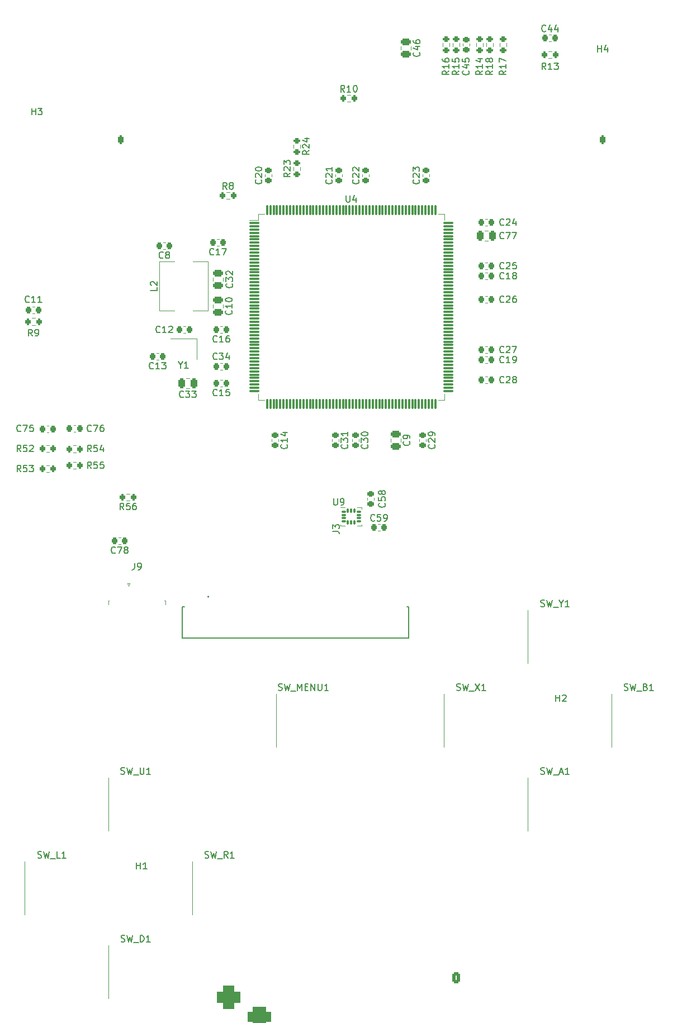
<source format=gto>
G04 #@! TF.GenerationSoftware,KiCad,Pcbnew,7.0.1*
G04 #@! TF.CreationDate,2024-01-01T11:46:02+00:00*
G04 #@! TF.ProjectId,gk,676b2e6b-6963-4616-945f-706362585858,rev?*
G04 #@! TF.SameCoordinates,Original*
G04 #@! TF.FileFunction,Legend,Top*
G04 #@! TF.FilePolarity,Positive*
%FSLAX46Y46*%
G04 Gerber Fmt 4.6, Leading zero omitted, Abs format (unit mm)*
G04 Created by KiCad (PCBNEW 7.0.1) date 2024-01-01 11:46:02*
%MOMM*%
%LPD*%
G01*
G04 APERTURE LIST*
G04 Aperture macros list*
%AMRoundRect*
0 Rectangle with rounded corners*
0 $1 Rounding radius*
0 $2 $3 $4 $5 $6 $7 $8 $9 X,Y pos of 4 corners*
0 Add a 4 corners polygon primitive as box body*
4,1,4,$2,$3,$4,$5,$6,$7,$8,$9,$2,$3,0*
0 Add four circle primitives for the rounded corners*
1,1,$1+$1,$2,$3*
1,1,$1+$1,$4,$5*
1,1,$1+$1,$6,$7*
1,1,$1+$1,$8,$9*
0 Add four rect primitives between the rounded corners*
20,1,$1+$1,$2,$3,$4,$5,0*
20,1,$1+$1,$4,$5,$6,$7,0*
20,1,$1+$1,$6,$7,$8,$9,0*
20,1,$1+$1,$8,$9,$2,$3,0*%
G04 Aperture macros list end*
%ADD10C,0.150000*%
%ADD11C,0.200000*%
%ADD12C,0.127000*%
%ADD13C,0.120000*%
%ADD14C,0.010000*%
%ADD15R,0.300000X1.500000*%
%ADD16RoundRect,0.225000X0.225000X0.250000X-0.225000X0.250000X-0.225000X-0.250000X0.225000X-0.250000X0*%
%ADD17RoundRect,0.200000X-0.200000X-0.275000X0.200000X-0.275000X0.200000X0.275000X-0.200000X0.275000X0*%
%ADD18RoundRect,0.225000X-0.225000X-0.250000X0.225000X-0.250000X0.225000X0.250000X-0.225000X0.250000X0*%
%ADD19RoundRect,0.250000X-0.250000X-0.475000X0.250000X-0.475000X0.250000X0.475000X-0.250000X0.475000X0*%
%ADD20C,3.200000*%
%ADD21RoundRect,0.250000X-0.475000X0.250000X-0.475000X-0.250000X0.475000X-0.250000X0.475000X0.250000X0*%
%ADD22RoundRect,0.225000X-0.250000X0.225000X-0.250000X-0.225000X0.250000X-0.225000X0.250000X0.225000X0*%
%ADD23RoundRect,0.200000X0.275000X-0.200000X0.275000X0.200000X-0.275000X0.200000X-0.275000X-0.200000X0*%
%ADD24R,0.300000X1.100000*%
%ADD25R,2.300000X3.100000*%
%ADD26RoundRect,0.200000X0.200000X0.275000X-0.200000X0.275000X-0.200000X-0.275000X0.200000X-0.275000X0*%
%ADD27RoundRect,0.250000X0.475000X-0.250000X0.475000X0.250000X-0.475000X0.250000X-0.475000X-0.250000X0*%
%ADD28RoundRect,0.225000X0.250000X-0.225000X0.250000X0.225000X-0.250000X0.225000X-0.250000X-0.225000X0*%
%ADD29R,1.400000X1.150000*%
%ADD30RoundRect,0.087500X-0.225000X-0.087500X0.225000X-0.087500X0.225000X0.087500X-0.225000X0.087500X0*%
%ADD31RoundRect,0.087500X-0.087500X-0.225000X0.087500X-0.225000X0.087500X0.225000X-0.087500X0.225000X0*%
%ADD32RoundRect,0.200000X-0.275000X0.200000X-0.275000X-0.200000X0.275000X-0.200000X0.275000X0.200000X0*%
%ADD33R,2.200000X1.500000*%
%ADD34RoundRect,0.075000X-0.675000X-0.075000X0.675000X-0.075000X0.675000X0.075000X-0.675000X0.075000X0*%
%ADD35RoundRect,0.075000X-0.075000X-0.675000X0.075000X-0.675000X0.075000X0.675000X-0.075000X0.675000X0*%
%ADD36RoundRect,0.250000X0.250000X0.475000X-0.250000X0.475000X-0.250000X-0.475000X0.250000X-0.475000X0*%
%ADD37C,2.200000*%
%ADD38C,1.700000*%
%ADD39R,1.600000X1.600000*%
%ADD40O,1.600000X1.600000*%
%ADD41C,0.650000*%
%ADD42O,1.000000X1.600000*%
%ADD43O,1.000000X2.100000*%
%ADD44C,1.600000*%
%ADD45R,3.500000X3.500000*%
%ADD46RoundRect,0.750000X1.000000X-0.750000X1.000000X0.750000X-1.000000X0.750000X-1.000000X-0.750000X0*%
%ADD47RoundRect,0.875000X0.875000X-0.875000X0.875000X0.875000X-0.875000X0.875000X-0.875000X-0.875000X0*%
%ADD48RoundRect,0.200000X0.200000X0.450000X-0.200000X0.450000X-0.200000X-0.450000X0.200000X-0.450000X0*%
%ADD49O,0.800000X1.300000*%
%ADD50O,2.200000X4.000000*%
%ADD51O,4.000000X2.200000*%
%ADD52R,2.200000X4.000000*%
%ADD53RoundRect,0.250000X0.350000X0.625000X-0.350000X0.625000X-0.350000X-0.625000X0.350000X-0.625000X0*%
%ADD54O,1.200000X1.750000*%
G04 APERTURE END LIST*
D10*
X95618119Y-100655833D02*
X96332404Y-100655833D01*
X96332404Y-100655833D02*
X96475261Y-100703452D01*
X96475261Y-100703452D02*
X96570500Y-100798690D01*
X96570500Y-100798690D02*
X96618119Y-100941547D01*
X96618119Y-100941547D02*
X96618119Y-101036785D01*
X95618119Y-100274880D02*
X95618119Y-99655833D01*
X95618119Y-99655833D02*
X95999071Y-99989166D01*
X95999071Y-99989166D02*
X95999071Y-99846309D01*
X95999071Y-99846309D02*
X96046690Y-99751071D01*
X96046690Y-99751071D02*
X96094309Y-99703452D01*
X96094309Y-99703452D02*
X96189547Y-99655833D01*
X96189547Y-99655833D02*
X96427642Y-99655833D01*
X96427642Y-99655833D02*
X96522880Y-99703452D01*
X96522880Y-99703452D02*
X96570500Y-99751071D01*
X96570500Y-99751071D02*
X96618119Y-99846309D01*
X96618119Y-99846309D02*
X96618119Y-100132023D01*
X96618119Y-100132023D02*
X96570500Y-100227261D01*
X96570500Y-100227261D02*
X96522880Y-100274880D01*
X78097142Y-71901380D02*
X78049523Y-71949000D01*
X78049523Y-71949000D02*
X77906666Y-71996619D01*
X77906666Y-71996619D02*
X77811428Y-71996619D01*
X77811428Y-71996619D02*
X77668571Y-71949000D01*
X77668571Y-71949000D02*
X77573333Y-71853761D01*
X77573333Y-71853761D02*
X77525714Y-71758523D01*
X77525714Y-71758523D02*
X77478095Y-71568047D01*
X77478095Y-71568047D02*
X77478095Y-71425190D01*
X77478095Y-71425190D02*
X77525714Y-71234714D01*
X77525714Y-71234714D02*
X77573333Y-71139476D01*
X77573333Y-71139476D02*
X77668571Y-71044238D01*
X77668571Y-71044238D02*
X77811428Y-70996619D01*
X77811428Y-70996619D02*
X77906666Y-70996619D01*
X77906666Y-70996619D02*
X78049523Y-71044238D01*
X78049523Y-71044238D02*
X78097142Y-71091857D01*
X79049523Y-71996619D02*
X78478095Y-71996619D01*
X78763809Y-71996619D02*
X78763809Y-70996619D01*
X78763809Y-70996619D02*
X78668571Y-71139476D01*
X78668571Y-71139476D02*
X78573333Y-71234714D01*
X78573333Y-71234714D02*
X78478095Y-71282333D01*
X79906666Y-70996619D02*
X79716190Y-70996619D01*
X79716190Y-70996619D02*
X79620952Y-71044238D01*
X79620952Y-71044238D02*
X79573333Y-71091857D01*
X79573333Y-71091857D02*
X79478095Y-71234714D01*
X79478095Y-71234714D02*
X79430476Y-71425190D01*
X79430476Y-71425190D02*
X79430476Y-71806142D01*
X79430476Y-71806142D02*
X79478095Y-71901380D01*
X79478095Y-71901380D02*
X79525714Y-71949000D01*
X79525714Y-71949000D02*
X79620952Y-71996619D01*
X79620952Y-71996619D02*
X79811428Y-71996619D01*
X79811428Y-71996619D02*
X79906666Y-71949000D01*
X79906666Y-71949000D02*
X79954285Y-71901380D01*
X79954285Y-71901380D02*
X80001904Y-71806142D01*
X80001904Y-71806142D02*
X80001904Y-71568047D01*
X80001904Y-71568047D02*
X79954285Y-71472809D01*
X79954285Y-71472809D02*
X79906666Y-71425190D01*
X79906666Y-71425190D02*
X79811428Y-71377571D01*
X79811428Y-71377571D02*
X79620952Y-71377571D01*
X79620952Y-71377571D02*
X79525714Y-71425190D01*
X79525714Y-71425190D02*
X79478095Y-71472809D01*
X79478095Y-71472809D02*
X79430476Y-71568047D01*
X97401142Y-34084619D02*
X97067809Y-33608428D01*
X96829714Y-34084619D02*
X96829714Y-33084619D01*
X96829714Y-33084619D02*
X97210666Y-33084619D01*
X97210666Y-33084619D02*
X97305904Y-33132238D01*
X97305904Y-33132238D02*
X97353523Y-33179857D01*
X97353523Y-33179857D02*
X97401142Y-33275095D01*
X97401142Y-33275095D02*
X97401142Y-33417952D01*
X97401142Y-33417952D02*
X97353523Y-33513190D01*
X97353523Y-33513190D02*
X97305904Y-33560809D01*
X97305904Y-33560809D02*
X97210666Y-33608428D01*
X97210666Y-33608428D02*
X96829714Y-33608428D01*
X98353523Y-34084619D02*
X97782095Y-34084619D01*
X98067809Y-34084619D02*
X98067809Y-33084619D01*
X98067809Y-33084619D02*
X97972571Y-33227476D01*
X97972571Y-33227476D02*
X97877333Y-33322714D01*
X97877333Y-33322714D02*
X97782095Y-33370333D01*
X98972571Y-33084619D02*
X99067809Y-33084619D01*
X99067809Y-33084619D02*
X99163047Y-33132238D01*
X99163047Y-33132238D02*
X99210666Y-33179857D01*
X99210666Y-33179857D02*
X99258285Y-33275095D01*
X99258285Y-33275095D02*
X99305904Y-33465571D01*
X99305904Y-33465571D02*
X99305904Y-33703666D01*
X99305904Y-33703666D02*
X99258285Y-33894142D01*
X99258285Y-33894142D02*
X99210666Y-33989380D01*
X99210666Y-33989380D02*
X99163047Y-34037000D01*
X99163047Y-34037000D02*
X99067809Y-34084619D01*
X99067809Y-34084619D02*
X98972571Y-34084619D01*
X98972571Y-34084619D02*
X98877333Y-34037000D01*
X98877333Y-34037000D02*
X98829714Y-33989380D01*
X98829714Y-33989380D02*
X98782095Y-33894142D01*
X98782095Y-33894142D02*
X98734476Y-33703666D01*
X98734476Y-33703666D02*
X98734476Y-33465571D01*
X98734476Y-33465571D02*
X98782095Y-33275095D01*
X98782095Y-33275095D02*
X98829714Y-33179857D01*
X98829714Y-33179857D02*
X98877333Y-33132238D01*
X98877333Y-33132238D02*
X98972571Y-33084619D01*
X76260714Y-150122500D02*
X76403571Y-150170119D01*
X76403571Y-150170119D02*
X76641666Y-150170119D01*
X76641666Y-150170119D02*
X76736904Y-150122500D01*
X76736904Y-150122500D02*
X76784523Y-150074880D01*
X76784523Y-150074880D02*
X76832142Y-149979642D01*
X76832142Y-149979642D02*
X76832142Y-149884404D01*
X76832142Y-149884404D02*
X76784523Y-149789166D01*
X76784523Y-149789166D02*
X76736904Y-149741547D01*
X76736904Y-149741547D02*
X76641666Y-149693928D01*
X76641666Y-149693928D02*
X76451190Y-149646309D01*
X76451190Y-149646309D02*
X76355952Y-149598690D01*
X76355952Y-149598690D02*
X76308333Y-149551071D01*
X76308333Y-149551071D02*
X76260714Y-149455833D01*
X76260714Y-149455833D02*
X76260714Y-149360595D01*
X76260714Y-149360595D02*
X76308333Y-149265357D01*
X76308333Y-149265357D02*
X76355952Y-149217738D01*
X76355952Y-149217738D02*
X76451190Y-149170119D01*
X76451190Y-149170119D02*
X76689285Y-149170119D01*
X76689285Y-149170119D02*
X76832142Y-149217738D01*
X77165476Y-149170119D02*
X77403571Y-150170119D01*
X77403571Y-150170119D02*
X77594047Y-149455833D01*
X77594047Y-149455833D02*
X77784523Y-150170119D01*
X77784523Y-150170119D02*
X78022619Y-149170119D01*
X78165476Y-150265357D02*
X78927380Y-150265357D01*
X79736904Y-150170119D02*
X79403571Y-149693928D01*
X79165476Y-150170119D02*
X79165476Y-149170119D01*
X79165476Y-149170119D02*
X79546428Y-149170119D01*
X79546428Y-149170119D02*
X79641666Y-149217738D01*
X79641666Y-149217738D02*
X79689285Y-149265357D01*
X79689285Y-149265357D02*
X79736904Y-149360595D01*
X79736904Y-149360595D02*
X79736904Y-149503452D01*
X79736904Y-149503452D02*
X79689285Y-149598690D01*
X79689285Y-149598690D02*
X79641666Y-149646309D01*
X79641666Y-149646309D02*
X79546428Y-149693928D01*
X79546428Y-149693928D02*
X79165476Y-149693928D01*
X80689285Y-150170119D02*
X80117857Y-150170119D01*
X80403571Y-150170119D02*
X80403571Y-149170119D01*
X80403571Y-149170119D02*
X80308333Y-149312976D01*
X80308333Y-149312976D02*
X80213095Y-149408214D01*
X80213095Y-149408214D02*
X80117857Y-149455833D01*
X121531142Y-73519380D02*
X121483523Y-73567000D01*
X121483523Y-73567000D02*
X121340666Y-73614619D01*
X121340666Y-73614619D02*
X121245428Y-73614619D01*
X121245428Y-73614619D02*
X121102571Y-73567000D01*
X121102571Y-73567000D02*
X121007333Y-73471761D01*
X121007333Y-73471761D02*
X120959714Y-73376523D01*
X120959714Y-73376523D02*
X120912095Y-73186047D01*
X120912095Y-73186047D02*
X120912095Y-73043190D01*
X120912095Y-73043190D02*
X120959714Y-72852714D01*
X120959714Y-72852714D02*
X121007333Y-72757476D01*
X121007333Y-72757476D02*
X121102571Y-72662238D01*
X121102571Y-72662238D02*
X121245428Y-72614619D01*
X121245428Y-72614619D02*
X121340666Y-72614619D01*
X121340666Y-72614619D02*
X121483523Y-72662238D01*
X121483523Y-72662238D02*
X121531142Y-72709857D01*
X121912095Y-72709857D02*
X121959714Y-72662238D01*
X121959714Y-72662238D02*
X122054952Y-72614619D01*
X122054952Y-72614619D02*
X122293047Y-72614619D01*
X122293047Y-72614619D02*
X122388285Y-72662238D01*
X122388285Y-72662238D02*
X122435904Y-72709857D01*
X122435904Y-72709857D02*
X122483523Y-72805095D01*
X122483523Y-72805095D02*
X122483523Y-72900333D01*
X122483523Y-72900333D02*
X122435904Y-73043190D01*
X122435904Y-73043190D02*
X121864476Y-73614619D01*
X121864476Y-73614619D02*
X122483523Y-73614619D01*
X122816857Y-72614619D02*
X123483523Y-72614619D01*
X123483523Y-72614619D02*
X123054952Y-73614619D01*
X121531142Y-56247380D02*
X121483523Y-56295000D01*
X121483523Y-56295000D02*
X121340666Y-56342619D01*
X121340666Y-56342619D02*
X121245428Y-56342619D01*
X121245428Y-56342619D02*
X121102571Y-56295000D01*
X121102571Y-56295000D02*
X121007333Y-56199761D01*
X121007333Y-56199761D02*
X120959714Y-56104523D01*
X120959714Y-56104523D02*
X120912095Y-55914047D01*
X120912095Y-55914047D02*
X120912095Y-55771190D01*
X120912095Y-55771190D02*
X120959714Y-55580714D01*
X120959714Y-55580714D02*
X121007333Y-55485476D01*
X121007333Y-55485476D02*
X121102571Y-55390238D01*
X121102571Y-55390238D02*
X121245428Y-55342619D01*
X121245428Y-55342619D02*
X121340666Y-55342619D01*
X121340666Y-55342619D02*
X121483523Y-55390238D01*
X121483523Y-55390238D02*
X121531142Y-55437857D01*
X121864476Y-55342619D02*
X122531142Y-55342619D01*
X122531142Y-55342619D02*
X122102571Y-56342619D01*
X122816857Y-55342619D02*
X123483523Y-55342619D01*
X123483523Y-55342619D02*
X123054952Y-56342619D01*
X65913095Y-151837619D02*
X65913095Y-150837619D01*
X65913095Y-151313809D02*
X66484523Y-151313809D01*
X66484523Y-151837619D02*
X66484523Y-150837619D01*
X67484523Y-151837619D02*
X66913095Y-151837619D01*
X67198809Y-151837619D02*
X67198809Y-150837619D01*
X67198809Y-150837619D02*
X67103571Y-150980476D01*
X67103571Y-150980476D02*
X67008333Y-151075714D01*
X67008333Y-151075714D02*
X66913095Y-151123333D01*
X121531142Y-54215380D02*
X121483523Y-54263000D01*
X121483523Y-54263000D02*
X121340666Y-54310619D01*
X121340666Y-54310619D02*
X121245428Y-54310619D01*
X121245428Y-54310619D02*
X121102571Y-54263000D01*
X121102571Y-54263000D02*
X121007333Y-54167761D01*
X121007333Y-54167761D02*
X120959714Y-54072523D01*
X120959714Y-54072523D02*
X120912095Y-53882047D01*
X120912095Y-53882047D02*
X120912095Y-53739190D01*
X120912095Y-53739190D02*
X120959714Y-53548714D01*
X120959714Y-53548714D02*
X121007333Y-53453476D01*
X121007333Y-53453476D02*
X121102571Y-53358238D01*
X121102571Y-53358238D02*
X121245428Y-53310619D01*
X121245428Y-53310619D02*
X121340666Y-53310619D01*
X121340666Y-53310619D02*
X121483523Y-53358238D01*
X121483523Y-53358238D02*
X121531142Y-53405857D01*
X121912095Y-53405857D02*
X121959714Y-53358238D01*
X121959714Y-53358238D02*
X122054952Y-53310619D01*
X122054952Y-53310619D02*
X122293047Y-53310619D01*
X122293047Y-53310619D02*
X122388285Y-53358238D01*
X122388285Y-53358238D02*
X122435904Y-53405857D01*
X122435904Y-53405857D02*
X122483523Y-53501095D01*
X122483523Y-53501095D02*
X122483523Y-53596333D01*
X122483523Y-53596333D02*
X122435904Y-53739190D01*
X122435904Y-53739190D02*
X121864476Y-54310619D01*
X121864476Y-54310619D02*
X122483523Y-54310619D01*
X123340666Y-53643952D02*
X123340666Y-54310619D01*
X123102571Y-53263000D02*
X122864476Y-53977285D01*
X122864476Y-53977285D02*
X123483523Y-53977285D01*
X121531142Y-60819380D02*
X121483523Y-60867000D01*
X121483523Y-60867000D02*
X121340666Y-60914619D01*
X121340666Y-60914619D02*
X121245428Y-60914619D01*
X121245428Y-60914619D02*
X121102571Y-60867000D01*
X121102571Y-60867000D02*
X121007333Y-60771761D01*
X121007333Y-60771761D02*
X120959714Y-60676523D01*
X120959714Y-60676523D02*
X120912095Y-60486047D01*
X120912095Y-60486047D02*
X120912095Y-60343190D01*
X120912095Y-60343190D02*
X120959714Y-60152714D01*
X120959714Y-60152714D02*
X121007333Y-60057476D01*
X121007333Y-60057476D02*
X121102571Y-59962238D01*
X121102571Y-59962238D02*
X121245428Y-59914619D01*
X121245428Y-59914619D02*
X121340666Y-59914619D01*
X121340666Y-59914619D02*
X121483523Y-59962238D01*
X121483523Y-59962238D02*
X121531142Y-60009857D01*
X121912095Y-60009857D02*
X121959714Y-59962238D01*
X121959714Y-59962238D02*
X122054952Y-59914619D01*
X122054952Y-59914619D02*
X122293047Y-59914619D01*
X122293047Y-59914619D02*
X122388285Y-59962238D01*
X122388285Y-59962238D02*
X122435904Y-60009857D01*
X122435904Y-60009857D02*
X122483523Y-60105095D01*
X122483523Y-60105095D02*
X122483523Y-60200333D01*
X122483523Y-60200333D02*
X122435904Y-60343190D01*
X122435904Y-60343190D02*
X121864476Y-60914619D01*
X121864476Y-60914619D02*
X122483523Y-60914619D01*
X123388285Y-59914619D02*
X122912095Y-59914619D01*
X122912095Y-59914619D02*
X122864476Y-60390809D01*
X122864476Y-60390809D02*
X122912095Y-60343190D01*
X122912095Y-60343190D02*
X123007333Y-60295571D01*
X123007333Y-60295571D02*
X123245428Y-60295571D01*
X123245428Y-60295571D02*
X123340666Y-60343190D01*
X123340666Y-60343190D02*
X123388285Y-60390809D01*
X123388285Y-60390809D02*
X123435904Y-60486047D01*
X123435904Y-60486047D02*
X123435904Y-60724142D01*
X123435904Y-60724142D02*
X123388285Y-60819380D01*
X123388285Y-60819380D02*
X123340666Y-60867000D01*
X123340666Y-60867000D02*
X123245428Y-60914619D01*
X123245428Y-60914619D02*
X123007333Y-60914619D01*
X123007333Y-60914619D02*
X122912095Y-60867000D01*
X122912095Y-60867000D02*
X122864476Y-60819380D01*
X50955952Y-150122500D02*
X51098809Y-150170119D01*
X51098809Y-150170119D02*
X51336904Y-150170119D01*
X51336904Y-150170119D02*
X51432142Y-150122500D01*
X51432142Y-150122500D02*
X51479761Y-150074880D01*
X51479761Y-150074880D02*
X51527380Y-149979642D01*
X51527380Y-149979642D02*
X51527380Y-149884404D01*
X51527380Y-149884404D02*
X51479761Y-149789166D01*
X51479761Y-149789166D02*
X51432142Y-149741547D01*
X51432142Y-149741547D02*
X51336904Y-149693928D01*
X51336904Y-149693928D02*
X51146428Y-149646309D01*
X51146428Y-149646309D02*
X51051190Y-149598690D01*
X51051190Y-149598690D02*
X51003571Y-149551071D01*
X51003571Y-149551071D02*
X50955952Y-149455833D01*
X50955952Y-149455833D02*
X50955952Y-149360595D01*
X50955952Y-149360595D02*
X51003571Y-149265357D01*
X51003571Y-149265357D02*
X51051190Y-149217738D01*
X51051190Y-149217738D02*
X51146428Y-149170119D01*
X51146428Y-149170119D02*
X51384523Y-149170119D01*
X51384523Y-149170119D02*
X51527380Y-149217738D01*
X51860714Y-149170119D02*
X52098809Y-150170119D01*
X52098809Y-150170119D02*
X52289285Y-149455833D01*
X52289285Y-149455833D02*
X52479761Y-150170119D01*
X52479761Y-150170119D02*
X52717857Y-149170119D01*
X52860714Y-150265357D02*
X53622618Y-150265357D01*
X54336904Y-150170119D02*
X53860714Y-150170119D01*
X53860714Y-150170119D02*
X53860714Y-149170119D01*
X55194047Y-150170119D02*
X54622619Y-150170119D01*
X54908333Y-150170119D02*
X54908333Y-149170119D01*
X54908333Y-149170119D02*
X54813095Y-149312976D01*
X54813095Y-149312976D02*
X54717857Y-149408214D01*
X54717857Y-149408214D02*
X54622619Y-149455833D01*
X63536905Y-137422500D02*
X63679762Y-137470119D01*
X63679762Y-137470119D02*
X63917857Y-137470119D01*
X63917857Y-137470119D02*
X64013095Y-137422500D01*
X64013095Y-137422500D02*
X64060714Y-137374880D01*
X64060714Y-137374880D02*
X64108333Y-137279642D01*
X64108333Y-137279642D02*
X64108333Y-137184404D01*
X64108333Y-137184404D02*
X64060714Y-137089166D01*
X64060714Y-137089166D02*
X64013095Y-137041547D01*
X64013095Y-137041547D02*
X63917857Y-136993928D01*
X63917857Y-136993928D02*
X63727381Y-136946309D01*
X63727381Y-136946309D02*
X63632143Y-136898690D01*
X63632143Y-136898690D02*
X63584524Y-136851071D01*
X63584524Y-136851071D02*
X63536905Y-136755833D01*
X63536905Y-136755833D02*
X63536905Y-136660595D01*
X63536905Y-136660595D02*
X63584524Y-136565357D01*
X63584524Y-136565357D02*
X63632143Y-136517738D01*
X63632143Y-136517738D02*
X63727381Y-136470119D01*
X63727381Y-136470119D02*
X63965476Y-136470119D01*
X63965476Y-136470119D02*
X64108333Y-136517738D01*
X64441667Y-136470119D02*
X64679762Y-137470119D01*
X64679762Y-137470119D02*
X64870238Y-136755833D01*
X64870238Y-136755833D02*
X65060714Y-137470119D01*
X65060714Y-137470119D02*
X65298810Y-136470119D01*
X65441667Y-137565357D02*
X66203571Y-137565357D01*
X66441667Y-136470119D02*
X66441667Y-137279642D01*
X66441667Y-137279642D02*
X66489286Y-137374880D01*
X66489286Y-137374880D02*
X66536905Y-137422500D01*
X66536905Y-137422500D02*
X66632143Y-137470119D01*
X66632143Y-137470119D02*
X66822619Y-137470119D01*
X66822619Y-137470119D02*
X66917857Y-137422500D01*
X66917857Y-137422500D02*
X66965476Y-137374880D01*
X66965476Y-137374880D02*
X67013095Y-137279642D01*
X67013095Y-137279642D02*
X67013095Y-136470119D01*
X68013095Y-137470119D02*
X67441667Y-137470119D01*
X67727381Y-137470119D02*
X67727381Y-136470119D01*
X67727381Y-136470119D02*
X67632143Y-136612976D01*
X67632143Y-136612976D02*
X67536905Y-136708214D01*
X67536905Y-136708214D02*
X67441667Y-136755833D01*
X80279380Y-67190857D02*
X80327000Y-67238476D01*
X80327000Y-67238476D02*
X80374619Y-67381333D01*
X80374619Y-67381333D02*
X80374619Y-67476571D01*
X80374619Y-67476571D02*
X80327000Y-67619428D01*
X80327000Y-67619428D02*
X80231761Y-67714666D01*
X80231761Y-67714666D02*
X80136523Y-67762285D01*
X80136523Y-67762285D02*
X79946047Y-67809904D01*
X79946047Y-67809904D02*
X79803190Y-67809904D01*
X79803190Y-67809904D02*
X79612714Y-67762285D01*
X79612714Y-67762285D02*
X79517476Y-67714666D01*
X79517476Y-67714666D02*
X79422238Y-67619428D01*
X79422238Y-67619428D02*
X79374619Y-67476571D01*
X79374619Y-67476571D02*
X79374619Y-67381333D01*
X79374619Y-67381333D02*
X79422238Y-67238476D01*
X79422238Y-67238476D02*
X79469857Y-67190857D01*
X80374619Y-66238476D02*
X80374619Y-66809904D01*
X80374619Y-66524190D02*
X79374619Y-66524190D01*
X79374619Y-66524190D02*
X79517476Y-66619428D01*
X79517476Y-66619428D02*
X79612714Y-66714666D01*
X79612714Y-66714666D02*
X79660333Y-66809904D01*
X79374619Y-65619428D02*
X79374619Y-65524190D01*
X79374619Y-65524190D02*
X79422238Y-65428952D01*
X79422238Y-65428952D02*
X79469857Y-65381333D01*
X79469857Y-65381333D02*
X79565095Y-65333714D01*
X79565095Y-65333714D02*
X79755571Y-65286095D01*
X79755571Y-65286095D02*
X79993666Y-65286095D01*
X79993666Y-65286095D02*
X80184142Y-65333714D01*
X80184142Y-65333714D02*
X80279380Y-65381333D01*
X80279380Y-65381333D02*
X80327000Y-65428952D01*
X80327000Y-65428952D02*
X80374619Y-65524190D01*
X80374619Y-65524190D02*
X80374619Y-65619428D01*
X80374619Y-65619428D02*
X80327000Y-65714666D01*
X80327000Y-65714666D02*
X80279380Y-65762285D01*
X80279380Y-65762285D02*
X80184142Y-65809904D01*
X80184142Y-65809904D02*
X79993666Y-65857523D01*
X79993666Y-65857523D02*
X79755571Y-65857523D01*
X79755571Y-65857523D02*
X79565095Y-65809904D01*
X79565095Y-65809904D02*
X79469857Y-65762285D01*
X79469857Y-65762285D02*
X79422238Y-65714666D01*
X79422238Y-65714666D02*
X79374619Y-65619428D01*
X111017380Y-87510857D02*
X111065000Y-87558476D01*
X111065000Y-87558476D02*
X111112619Y-87701333D01*
X111112619Y-87701333D02*
X111112619Y-87796571D01*
X111112619Y-87796571D02*
X111065000Y-87939428D01*
X111065000Y-87939428D02*
X110969761Y-88034666D01*
X110969761Y-88034666D02*
X110874523Y-88082285D01*
X110874523Y-88082285D02*
X110684047Y-88129904D01*
X110684047Y-88129904D02*
X110541190Y-88129904D01*
X110541190Y-88129904D02*
X110350714Y-88082285D01*
X110350714Y-88082285D02*
X110255476Y-88034666D01*
X110255476Y-88034666D02*
X110160238Y-87939428D01*
X110160238Y-87939428D02*
X110112619Y-87796571D01*
X110112619Y-87796571D02*
X110112619Y-87701333D01*
X110112619Y-87701333D02*
X110160238Y-87558476D01*
X110160238Y-87558476D02*
X110207857Y-87510857D01*
X110207857Y-87129904D02*
X110160238Y-87082285D01*
X110160238Y-87082285D02*
X110112619Y-86987047D01*
X110112619Y-86987047D02*
X110112619Y-86748952D01*
X110112619Y-86748952D02*
X110160238Y-86653714D01*
X110160238Y-86653714D02*
X110207857Y-86606095D01*
X110207857Y-86606095D02*
X110303095Y-86558476D01*
X110303095Y-86558476D02*
X110398333Y-86558476D01*
X110398333Y-86558476D02*
X110541190Y-86606095D01*
X110541190Y-86606095D02*
X111112619Y-87177523D01*
X111112619Y-87177523D02*
X111112619Y-86558476D01*
X111112619Y-86082285D02*
X111112619Y-85891809D01*
X111112619Y-85891809D02*
X111065000Y-85796571D01*
X111065000Y-85796571D02*
X111017380Y-85748952D01*
X111017380Y-85748952D02*
X110874523Y-85653714D01*
X110874523Y-85653714D02*
X110684047Y-85606095D01*
X110684047Y-85606095D02*
X110303095Y-85606095D01*
X110303095Y-85606095D02*
X110207857Y-85653714D01*
X110207857Y-85653714D02*
X110160238Y-85701333D01*
X110160238Y-85701333D02*
X110112619Y-85796571D01*
X110112619Y-85796571D02*
X110112619Y-85987047D01*
X110112619Y-85987047D02*
X110160238Y-86082285D01*
X110160238Y-86082285D02*
X110207857Y-86129904D01*
X110207857Y-86129904D02*
X110303095Y-86177523D01*
X110303095Y-86177523D02*
X110541190Y-86177523D01*
X110541190Y-86177523D02*
X110636428Y-86129904D01*
X110636428Y-86129904D02*
X110684047Y-86082285D01*
X110684047Y-86082285D02*
X110731666Y-85987047D01*
X110731666Y-85987047D02*
X110731666Y-85796571D01*
X110731666Y-85796571D02*
X110684047Y-85701333D01*
X110684047Y-85701333D02*
X110636428Y-85653714D01*
X110636428Y-85653714D02*
X110541190Y-85606095D01*
X77589142Y-58693380D02*
X77541523Y-58741000D01*
X77541523Y-58741000D02*
X77398666Y-58788619D01*
X77398666Y-58788619D02*
X77303428Y-58788619D01*
X77303428Y-58788619D02*
X77160571Y-58741000D01*
X77160571Y-58741000D02*
X77065333Y-58645761D01*
X77065333Y-58645761D02*
X77017714Y-58550523D01*
X77017714Y-58550523D02*
X76970095Y-58360047D01*
X76970095Y-58360047D02*
X76970095Y-58217190D01*
X76970095Y-58217190D02*
X77017714Y-58026714D01*
X77017714Y-58026714D02*
X77065333Y-57931476D01*
X77065333Y-57931476D02*
X77160571Y-57836238D01*
X77160571Y-57836238D02*
X77303428Y-57788619D01*
X77303428Y-57788619D02*
X77398666Y-57788619D01*
X77398666Y-57788619D02*
X77541523Y-57836238D01*
X77541523Y-57836238D02*
X77589142Y-57883857D01*
X78541523Y-58788619D02*
X77970095Y-58788619D01*
X78255809Y-58788619D02*
X78255809Y-57788619D01*
X78255809Y-57788619D02*
X78160571Y-57931476D01*
X78160571Y-57931476D02*
X78065333Y-58026714D01*
X78065333Y-58026714D02*
X77970095Y-58074333D01*
X78874857Y-57788619D02*
X79541523Y-57788619D01*
X79541523Y-57788619D02*
X79112952Y-58788619D01*
X127881142Y-24845380D02*
X127833523Y-24893000D01*
X127833523Y-24893000D02*
X127690666Y-24940619D01*
X127690666Y-24940619D02*
X127595428Y-24940619D01*
X127595428Y-24940619D02*
X127452571Y-24893000D01*
X127452571Y-24893000D02*
X127357333Y-24797761D01*
X127357333Y-24797761D02*
X127309714Y-24702523D01*
X127309714Y-24702523D02*
X127262095Y-24512047D01*
X127262095Y-24512047D02*
X127262095Y-24369190D01*
X127262095Y-24369190D02*
X127309714Y-24178714D01*
X127309714Y-24178714D02*
X127357333Y-24083476D01*
X127357333Y-24083476D02*
X127452571Y-23988238D01*
X127452571Y-23988238D02*
X127595428Y-23940619D01*
X127595428Y-23940619D02*
X127690666Y-23940619D01*
X127690666Y-23940619D02*
X127833523Y-23988238D01*
X127833523Y-23988238D02*
X127881142Y-24035857D01*
X128738285Y-24273952D02*
X128738285Y-24940619D01*
X128500190Y-23893000D02*
X128262095Y-24607285D01*
X128262095Y-24607285D02*
X128881142Y-24607285D01*
X129690666Y-24273952D02*
X129690666Y-24940619D01*
X129452571Y-23893000D02*
X129214476Y-24607285D01*
X129214476Y-24607285D02*
X129833523Y-24607285D01*
X59047142Y-85457380D02*
X58999523Y-85505000D01*
X58999523Y-85505000D02*
X58856666Y-85552619D01*
X58856666Y-85552619D02*
X58761428Y-85552619D01*
X58761428Y-85552619D02*
X58618571Y-85505000D01*
X58618571Y-85505000D02*
X58523333Y-85409761D01*
X58523333Y-85409761D02*
X58475714Y-85314523D01*
X58475714Y-85314523D02*
X58428095Y-85124047D01*
X58428095Y-85124047D02*
X58428095Y-84981190D01*
X58428095Y-84981190D02*
X58475714Y-84790714D01*
X58475714Y-84790714D02*
X58523333Y-84695476D01*
X58523333Y-84695476D02*
X58618571Y-84600238D01*
X58618571Y-84600238D02*
X58761428Y-84552619D01*
X58761428Y-84552619D02*
X58856666Y-84552619D01*
X58856666Y-84552619D02*
X58999523Y-84600238D01*
X58999523Y-84600238D02*
X59047142Y-84647857D01*
X59380476Y-84552619D02*
X60047142Y-84552619D01*
X60047142Y-84552619D02*
X59618571Y-85552619D01*
X60856666Y-84552619D02*
X60666190Y-84552619D01*
X60666190Y-84552619D02*
X60570952Y-84600238D01*
X60570952Y-84600238D02*
X60523333Y-84647857D01*
X60523333Y-84647857D02*
X60428095Y-84790714D01*
X60428095Y-84790714D02*
X60380476Y-84981190D01*
X60380476Y-84981190D02*
X60380476Y-85362142D01*
X60380476Y-85362142D02*
X60428095Y-85457380D01*
X60428095Y-85457380D02*
X60475714Y-85505000D01*
X60475714Y-85505000D02*
X60570952Y-85552619D01*
X60570952Y-85552619D02*
X60761428Y-85552619D01*
X60761428Y-85552619D02*
X60856666Y-85505000D01*
X60856666Y-85505000D02*
X60904285Y-85457380D01*
X60904285Y-85457380D02*
X60951904Y-85362142D01*
X60951904Y-85362142D02*
X60951904Y-85124047D01*
X60951904Y-85124047D02*
X60904285Y-85028809D01*
X60904285Y-85028809D02*
X60856666Y-84981190D01*
X60856666Y-84981190D02*
X60761428Y-84933571D01*
X60761428Y-84933571D02*
X60570952Y-84933571D01*
X60570952Y-84933571D02*
X60475714Y-84981190D01*
X60475714Y-84981190D02*
X60428095Y-85028809D01*
X60428095Y-85028809D02*
X60380476Y-85124047D01*
X89202619Y-46362857D02*
X88726428Y-46696190D01*
X89202619Y-46934285D02*
X88202619Y-46934285D01*
X88202619Y-46934285D02*
X88202619Y-46553333D01*
X88202619Y-46553333D02*
X88250238Y-46458095D01*
X88250238Y-46458095D02*
X88297857Y-46410476D01*
X88297857Y-46410476D02*
X88393095Y-46362857D01*
X88393095Y-46362857D02*
X88535952Y-46362857D01*
X88535952Y-46362857D02*
X88631190Y-46410476D01*
X88631190Y-46410476D02*
X88678809Y-46458095D01*
X88678809Y-46458095D02*
X88726428Y-46553333D01*
X88726428Y-46553333D02*
X88726428Y-46934285D01*
X88297857Y-45981904D02*
X88250238Y-45934285D01*
X88250238Y-45934285D02*
X88202619Y-45839047D01*
X88202619Y-45839047D02*
X88202619Y-45600952D01*
X88202619Y-45600952D02*
X88250238Y-45505714D01*
X88250238Y-45505714D02*
X88297857Y-45458095D01*
X88297857Y-45458095D02*
X88393095Y-45410476D01*
X88393095Y-45410476D02*
X88488333Y-45410476D01*
X88488333Y-45410476D02*
X88631190Y-45458095D01*
X88631190Y-45458095D02*
X89202619Y-46029523D01*
X89202619Y-46029523D02*
X89202619Y-45410476D01*
X88202619Y-45077142D02*
X88202619Y-44458095D01*
X88202619Y-44458095D02*
X88583571Y-44791428D01*
X88583571Y-44791428D02*
X88583571Y-44648571D01*
X88583571Y-44648571D02*
X88631190Y-44553333D01*
X88631190Y-44553333D02*
X88678809Y-44505714D01*
X88678809Y-44505714D02*
X88774047Y-44458095D01*
X88774047Y-44458095D02*
X89012142Y-44458095D01*
X89012142Y-44458095D02*
X89107380Y-44505714D01*
X89107380Y-44505714D02*
X89155000Y-44553333D01*
X89155000Y-44553333D02*
X89202619Y-44648571D01*
X89202619Y-44648571D02*
X89202619Y-44934285D01*
X89202619Y-44934285D02*
X89155000Y-45029523D01*
X89155000Y-45029523D02*
X89107380Y-45077142D01*
X121531142Y-65899380D02*
X121483523Y-65947000D01*
X121483523Y-65947000D02*
X121340666Y-65994619D01*
X121340666Y-65994619D02*
X121245428Y-65994619D01*
X121245428Y-65994619D02*
X121102571Y-65947000D01*
X121102571Y-65947000D02*
X121007333Y-65851761D01*
X121007333Y-65851761D02*
X120959714Y-65756523D01*
X120959714Y-65756523D02*
X120912095Y-65566047D01*
X120912095Y-65566047D02*
X120912095Y-65423190D01*
X120912095Y-65423190D02*
X120959714Y-65232714D01*
X120959714Y-65232714D02*
X121007333Y-65137476D01*
X121007333Y-65137476D02*
X121102571Y-65042238D01*
X121102571Y-65042238D02*
X121245428Y-64994619D01*
X121245428Y-64994619D02*
X121340666Y-64994619D01*
X121340666Y-64994619D02*
X121483523Y-65042238D01*
X121483523Y-65042238D02*
X121531142Y-65089857D01*
X121912095Y-65089857D02*
X121959714Y-65042238D01*
X121959714Y-65042238D02*
X122054952Y-64994619D01*
X122054952Y-64994619D02*
X122293047Y-64994619D01*
X122293047Y-64994619D02*
X122388285Y-65042238D01*
X122388285Y-65042238D02*
X122435904Y-65089857D01*
X122435904Y-65089857D02*
X122483523Y-65185095D01*
X122483523Y-65185095D02*
X122483523Y-65280333D01*
X122483523Y-65280333D02*
X122435904Y-65423190D01*
X122435904Y-65423190D02*
X121864476Y-65994619D01*
X121864476Y-65994619D02*
X122483523Y-65994619D01*
X123340666Y-64994619D02*
X123150190Y-64994619D01*
X123150190Y-64994619D02*
X123054952Y-65042238D01*
X123054952Y-65042238D02*
X123007333Y-65089857D01*
X123007333Y-65089857D02*
X122912095Y-65232714D01*
X122912095Y-65232714D02*
X122864476Y-65423190D01*
X122864476Y-65423190D02*
X122864476Y-65804142D01*
X122864476Y-65804142D02*
X122912095Y-65899380D01*
X122912095Y-65899380D02*
X122959714Y-65947000D01*
X122959714Y-65947000D02*
X123054952Y-65994619D01*
X123054952Y-65994619D02*
X123245428Y-65994619D01*
X123245428Y-65994619D02*
X123340666Y-65947000D01*
X123340666Y-65947000D02*
X123388285Y-65899380D01*
X123388285Y-65899380D02*
X123435904Y-65804142D01*
X123435904Y-65804142D02*
X123435904Y-65566047D01*
X123435904Y-65566047D02*
X123388285Y-65470809D01*
X123388285Y-65470809D02*
X123340666Y-65423190D01*
X123340666Y-65423190D02*
X123245428Y-65375571D01*
X123245428Y-65375571D02*
X123054952Y-65375571D01*
X123054952Y-65375571D02*
X122959714Y-65423190D01*
X122959714Y-65423190D02*
X122912095Y-65470809D01*
X122912095Y-65470809D02*
X122864476Y-65566047D01*
X121531142Y-75043380D02*
X121483523Y-75091000D01*
X121483523Y-75091000D02*
X121340666Y-75138619D01*
X121340666Y-75138619D02*
X121245428Y-75138619D01*
X121245428Y-75138619D02*
X121102571Y-75091000D01*
X121102571Y-75091000D02*
X121007333Y-74995761D01*
X121007333Y-74995761D02*
X120959714Y-74900523D01*
X120959714Y-74900523D02*
X120912095Y-74710047D01*
X120912095Y-74710047D02*
X120912095Y-74567190D01*
X120912095Y-74567190D02*
X120959714Y-74376714D01*
X120959714Y-74376714D02*
X121007333Y-74281476D01*
X121007333Y-74281476D02*
X121102571Y-74186238D01*
X121102571Y-74186238D02*
X121245428Y-74138619D01*
X121245428Y-74138619D02*
X121340666Y-74138619D01*
X121340666Y-74138619D02*
X121483523Y-74186238D01*
X121483523Y-74186238D02*
X121531142Y-74233857D01*
X122483523Y-75138619D02*
X121912095Y-75138619D01*
X122197809Y-75138619D02*
X122197809Y-74138619D01*
X122197809Y-74138619D02*
X122102571Y-74281476D01*
X122102571Y-74281476D02*
X122007333Y-74376714D01*
X122007333Y-74376714D02*
X121912095Y-74424333D01*
X122959714Y-75138619D02*
X123150190Y-75138619D01*
X123150190Y-75138619D02*
X123245428Y-75091000D01*
X123245428Y-75091000D02*
X123293047Y-75043380D01*
X123293047Y-75043380D02*
X123388285Y-74900523D01*
X123388285Y-74900523D02*
X123435904Y-74710047D01*
X123435904Y-74710047D02*
X123435904Y-74329095D01*
X123435904Y-74329095D02*
X123388285Y-74233857D01*
X123388285Y-74233857D02*
X123340666Y-74186238D01*
X123340666Y-74186238D02*
X123245428Y-74138619D01*
X123245428Y-74138619D02*
X123054952Y-74138619D01*
X123054952Y-74138619D02*
X122959714Y-74186238D01*
X122959714Y-74186238D02*
X122912095Y-74233857D01*
X122912095Y-74233857D02*
X122864476Y-74329095D01*
X122864476Y-74329095D02*
X122864476Y-74567190D01*
X122864476Y-74567190D02*
X122912095Y-74662428D01*
X122912095Y-74662428D02*
X122959714Y-74710047D01*
X122959714Y-74710047D02*
X123054952Y-74757666D01*
X123054952Y-74757666D02*
X123245428Y-74757666D01*
X123245428Y-74757666D02*
X123340666Y-74710047D01*
X123340666Y-74710047D02*
X123388285Y-74662428D01*
X123388285Y-74662428D02*
X123435904Y-74567190D01*
X116191380Y-30868857D02*
X116239000Y-30916476D01*
X116239000Y-30916476D02*
X116286619Y-31059333D01*
X116286619Y-31059333D02*
X116286619Y-31154571D01*
X116286619Y-31154571D02*
X116239000Y-31297428D01*
X116239000Y-31297428D02*
X116143761Y-31392666D01*
X116143761Y-31392666D02*
X116048523Y-31440285D01*
X116048523Y-31440285D02*
X115858047Y-31487904D01*
X115858047Y-31487904D02*
X115715190Y-31487904D01*
X115715190Y-31487904D02*
X115524714Y-31440285D01*
X115524714Y-31440285D02*
X115429476Y-31392666D01*
X115429476Y-31392666D02*
X115334238Y-31297428D01*
X115334238Y-31297428D02*
X115286619Y-31154571D01*
X115286619Y-31154571D02*
X115286619Y-31059333D01*
X115286619Y-31059333D02*
X115334238Y-30916476D01*
X115334238Y-30916476D02*
X115381857Y-30868857D01*
X115619952Y-30011714D02*
X116286619Y-30011714D01*
X115239000Y-30249809D02*
X115953285Y-30487904D01*
X115953285Y-30487904D02*
X115953285Y-29868857D01*
X115286619Y-29011714D02*
X115286619Y-29487904D01*
X115286619Y-29487904D02*
X115762809Y-29535523D01*
X115762809Y-29535523D02*
X115715190Y-29487904D01*
X115715190Y-29487904D02*
X115667571Y-29392666D01*
X115667571Y-29392666D02*
X115667571Y-29154571D01*
X115667571Y-29154571D02*
X115715190Y-29059333D01*
X115715190Y-29059333D02*
X115762809Y-29011714D01*
X115762809Y-29011714D02*
X115858047Y-28964095D01*
X115858047Y-28964095D02*
X116096142Y-28964095D01*
X116096142Y-28964095D02*
X116191380Y-29011714D01*
X116191380Y-29011714D02*
X116239000Y-29059333D01*
X116239000Y-29059333D02*
X116286619Y-29154571D01*
X116286619Y-29154571D02*
X116286619Y-29392666D01*
X116286619Y-29392666D02*
X116239000Y-29487904D01*
X116239000Y-29487904D02*
X116191380Y-29535523D01*
X65605066Y-105470419D02*
X65605066Y-106184704D01*
X65605066Y-106184704D02*
X65557447Y-106327561D01*
X65557447Y-106327561D02*
X65462209Y-106422800D01*
X65462209Y-106422800D02*
X65319352Y-106470419D01*
X65319352Y-106470419D02*
X65224114Y-106470419D01*
X66128876Y-106470419D02*
X66319352Y-106470419D01*
X66319352Y-106470419D02*
X66414590Y-106422800D01*
X66414590Y-106422800D02*
X66462209Y-106375180D01*
X66462209Y-106375180D02*
X66557447Y-106232323D01*
X66557447Y-106232323D02*
X66605066Y-106041847D01*
X66605066Y-106041847D02*
X66605066Y-105660895D01*
X66605066Y-105660895D02*
X66557447Y-105565657D01*
X66557447Y-105565657D02*
X66509828Y-105518038D01*
X66509828Y-105518038D02*
X66414590Y-105470419D01*
X66414590Y-105470419D02*
X66224114Y-105470419D01*
X66224114Y-105470419D02*
X66128876Y-105518038D01*
X66128876Y-105518038D02*
X66081257Y-105565657D01*
X66081257Y-105565657D02*
X66033638Y-105660895D01*
X66033638Y-105660895D02*
X66033638Y-105898990D01*
X66033638Y-105898990D02*
X66081257Y-105994228D01*
X66081257Y-105994228D02*
X66128876Y-106041847D01*
X66128876Y-106041847D02*
X66224114Y-106089466D01*
X66224114Y-106089466D02*
X66414590Y-106089466D01*
X66414590Y-106089466D02*
X66509828Y-106041847D01*
X66509828Y-106041847D02*
X66557447Y-105994228D01*
X66557447Y-105994228D02*
X66605066Y-105898990D01*
X97809380Y-87510857D02*
X97857000Y-87558476D01*
X97857000Y-87558476D02*
X97904619Y-87701333D01*
X97904619Y-87701333D02*
X97904619Y-87796571D01*
X97904619Y-87796571D02*
X97857000Y-87939428D01*
X97857000Y-87939428D02*
X97761761Y-88034666D01*
X97761761Y-88034666D02*
X97666523Y-88082285D01*
X97666523Y-88082285D02*
X97476047Y-88129904D01*
X97476047Y-88129904D02*
X97333190Y-88129904D01*
X97333190Y-88129904D02*
X97142714Y-88082285D01*
X97142714Y-88082285D02*
X97047476Y-88034666D01*
X97047476Y-88034666D02*
X96952238Y-87939428D01*
X96952238Y-87939428D02*
X96904619Y-87796571D01*
X96904619Y-87796571D02*
X96904619Y-87701333D01*
X96904619Y-87701333D02*
X96952238Y-87558476D01*
X96952238Y-87558476D02*
X96999857Y-87510857D01*
X96904619Y-87177523D02*
X96904619Y-86558476D01*
X96904619Y-86558476D02*
X97285571Y-86891809D01*
X97285571Y-86891809D02*
X97285571Y-86748952D01*
X97285571Y-86748952D02*
X97333190Y-86653714D01*
X97333190Y-86653714D02*
X97380809Y-86606095D01*
X97380809Y-86606095D02*
X97476047Y-86558476D01*
X97476047Y-86558476D02*
X97714142Y-86558476D01*
X97714142Y-86558476D02*
X97809380Y-86606095D01*
X97809380Y-86606095D02*
X97857000Y-86653714D01*
X97857000Y-86653714D02*
X97904619Y-86748952D01*
X97904619Y-86748952D02*
X97904619Y-87034666D01*
X97904619Y-87034666D02*
X97857000Y-87129904D01*
X97857000Y-87129904D02*
X97809380Y-87177523D01*
X97904619Y-85606095D02*
X97904619Y-86177523D01*
X97904619Y-85891809D02*
X96904619Y-85891809D01*
X96904619Y-85891809D02*
X97047476Y-85987047D01*
X97047476Y-85987047D02*
X97142714Y-86082285D01*
X97142714Y-86082285D02*
X97190333Y-86177523D01*
X63974742Y-97396619D02*
X63641409Y-96920428D01*
X63403314Y-97396619D02*
X63403314Y-96396619D01*
X63403314Y-96396619D02*
X63784266Y-96396619D01*
X63784266Y-96396619D02*
X63879504Y-96444238D01*
X63879504Y-96444238D02*
X63927123Y-96491857D01*
X63927123Y-96491857D02*
X63974742Y-96587095D01*
X63974742Y-96587095D02*
X63974742Y-96729952D01*
X63974742Y-96729952D02*
X63927123Y-96825190D01*
X63927123Y-96825190D02*
X63879504Y-96872809D01*
X63879504Y-96872809D02*
X63784266Y-96920428D01*
X63784266Y-96920428D02*
X63403314Y-96920428D01*
X64879504Y-96396619D02*
X64403314Y-96396619D01*
X64403314Y-96396619D02*
X64355695Y-96872809D01*
X64355695Y-96872809D02*
X64403314Y-96825190D01*
X64403314Y-96825190D02*
X64498552Y-96777571D01*
X64498552Y-96777571D02*
X64736647Y-96777571D01*
X64736647Y-96777571D02*
X64831885Y-96825190D01*
X64831885Y-96825190D02*
X64879504Y-96872809D01*
X64879504Y-96872809D02*
X64927123Y-96968047D01*
X64927123Y-96968047D02*
X64927123Y-97206142D01*
X64927123Y-97206142D02*
X64879504Y-97301380D01*
X64879504Y-97301380D02*
X64831885Y-97349000D01*
X64831885Y-97349000D02*
X64736647Y-97396619D01*
X64736647Y-97396619D02*
X64498552Y-97396619D01*
X64498552Y-97396619D02*
X64403314Y-97349000D01*
X64403314Y-97349000D02*
X64355695Y-97301380D01*
X65784266Y-96396619D02*
X65593790Y-96396619D01*
X65593790Y-96396619D02*
X65498552Y-96444238D01*
X65498552Y-96444238D02*
X65450933Y-96491857D01*
X65450933Y-96491857D02*
X65355695Y-96634714D01*
X65355695Y-96634714D02*
X65308076Y-96825190D01*
X65308076Y-96825190D02*
X65308076Y-97206142D01*
X65308076Y-97206142D02*
X65355695Y-97301380D01*
X65355695Y-97301380D02*
X65403314Y-97349000D01*
X65403314Y-97349000D02*
X65498552Y-97396619D01*
X65498552Y-97396619D02*
X65689028Y-97396619D01*
X65689028Y-97396619D02*
X65784266Y-97349000D01*
X65784266Y-97349000D02*
X65831885Y-97301380D01*
X65831885Y-97301380D02*
X65879504Y-97206142D01*
X65879504Y-97206142D02*
X65879504Y-96968047D01*
X65879504Y-96968047D02*
X65831885Y-96872809D01*
X65831885Y-96872809D02*
X65784266Y-96825190D01*
X65784266Y-96825190D02*
X65689028Y-96777571D01*
X65689028Y-96777571D02*
X65498552Y-96777571D01*
X65498552Y-96777571D02*
X65403314Y-96825190D01*
X65403314Y-96825190D02*
X65355695Y-96872809D01*
X65355695Y-96872809D02*
X65308076Y-96968047D01*
X135763095Y-28012619D02*
X135763095Y-27012619D01*
X135763095Y-27488809D02*
X136334523Y-27488809D01*
X136334523Y-28012619D02*
X136334523Y-27012619D01*
X137239285Y-27345952D02*
X137239285Y-28012619D01*
X137001190Y-26965000D02*
X136763095Y-27679285D01*
X136763095Y-27679285D02*
X137382142Y-27679285D01*
X80377380Y-63126857D02*
X80425000Y-63174476D01*
X80425000Y-63174476D02*
X80472619Y-63317333D01*
X80472619Y-63317333D02*
X80472619Y-63412571D01*
X80472619Y-63412571D02*
X80425000Y-63555428D01*
X80425000Y-63555428D02*
X80329761Y-63650666D01*
X80329761Y-63650666D02*
X80234523Y-63698285D01*
X80234523Y-63698285D02*
X80044047Y-63745904D01*
X80044047Y-63745904D02*
X79901190Y-63745904D01*
X79901190Y-63745904D02*
X79710714Y-63698285D01*
X79710714Y-63698285D02*
X79615476Y-63650666D01*
X79615476Y-63650666D02*
X79520238Y-63555428D01*
X79520238Y-63555428D02*
X79472619Y-63412571D01*
X79472619Y-63412571D02*
X79472619Y-63317333D01*
X79472619Y-63317333D02*
X79520238Y-63174476D01*
X79520238Y-63174476D02*
X79567857Y-63126857D01*
X79472619Y-62793523D02*
X79472619Y-62174476D01*
X79472619Y-62174476D02*
X79853571Y-62507809D01*
X79853571Y-62507809D02*
X79853571Y-62364952D01*
X79853571Y-62364952D02*
X79901190Y-62269714D01*
X79901190Y-62269714D02*
X79948809Y-62222095D01*
X79948809Y-62222095D02*
X80044047Y-62174476D01*
X80044047Y-62174476D02*
X80282142Y-62174476D01*
X80282142Y-62174476D02*
X80377380Y-62222095D01*
X80377380Y-62222095D02*
X80425000Y-62269714D01*
X80425000Y-62269714D02*
X80472619Y-62364952D01*
X80472619Y-62364952D02*
X80472619Y-62650666D01*
X80472619Y-62650666D02*
X80425000Y-62745904D01*
X80425000Y-62745904D02*
X80377380Y-62793523D01*
X79567857Y-61793523D02*
X79520238Y-61745904D01*
X79520238Y-61745904D02*
X79472619Y-61650666D01*
X79472619Y-61650666D02*
X79472619Y-61412571D01*
X79472619Y-61412571D02*
X79520238Y-61317333D01*
X79520238Y-61317333D02*
X79567857Y-61269714D01*
X79567857Y-61269714D02*
X79663095Y-61222095D01*
X79663095Y-61222095D02*
X79758333Y-61222095D01*
X79758333Y-61222095D02*
X79901190Y-61269714D01*
X79901190Y-61269714D02*
X80472619Y-61841142D01*
X80472619Y-61841142D02*
X80472619Y-61222095D01*
X114762619Y-30868857D02*
X114286428Y-31202190D01*
X114762619Y-31440285D02*
X113762619Y-31440285D01*
X113762619Y-31440285D02*
X113762619Y-31059333D01*
X113762619Y-31059333D02*
X113810238Y-30964095D01*
X113810238Y-30964095D02*
X113857857Y-30916476D01*
X113857857Y-30916476D02*
X113953095Y-30868857D01*
X113953095Y-30868857D02*
X114095952Y-30868857D01*
X114095952Y-30868857D02*
X114191190Y-30916476D01*
X114191190Y-30916476D02*
X114238809Y-30964095D01*
X114238809Y-30964095D02*
X114286428Y-31059333D01*
X114286428Y-31059333D02*
X114286428Y-31440285D01*
X114762619Y-29916476D02*
X114762619Y-30487904D01*
X114762619Y-30202190D02*
X113762619Y-30202190D01*
X113762619Y-30202190D02*
X113905476Y-30297428D01*
X113905476Y-30297428D02*
X114000714Y-30392666D01*
X114000714Y-30392666D02*
X114048333Y-30487904D01*
X113762619Y-29011714D02*
X113762619Y-29487904D01*
X113762619Y-29487904D02*
X114238809Y-29535523D01*
X114238809Y-29535523D02*
X114191190Y-29487904D01*
X114191190Y-29487904D02*
X114143571Y-29392666D01*
X114143571Y-29392666D02*
X114143571Y-29154571D01*
X114143571Y-29154571D02*
X114191190Y-29059333D01*
X114191190Y-29059333D02*
X114238809Y-29011714D01*
X114238809Y-29011714D02*
X114334047Y-28964095D01*
X114334047Y-28964095D02*
X114572142Y-28964095D01*
X114572142Y-28964095D02*
X114667380Y-29011714D01*
X114667380Y-29011714D02*
X114715000Y-29059333D01*
X114715000Y-29059333D02*
X114762619Y-29154571D01*
X114762619Y-29154571D02*
X114762619Y-29392666D01*
X114762619Y-29392666D02*
X114715000Y-29487904D01*
X114715000Y-29487904D02*
X114667380Y-29535523D01*
X99521380Y-47378857D02*
X99569000Y-47426476D01*
X99569000Y-47426476D02*
X99616619Y-47569333D01*
X99616619Y-47569333D02*
X99616619Y-47664571D01*
X99616619Y-47664571D02*
X99569000Y-47807428D01*
X99569000Y-47807428D02*
X99473761Y-47902666D01*
X99473761Y-47902666D02*
X99378523Y-47950285D01*
X99378523Y-47950285D02*
X99188047Y-47997904D01*
X99188047Y-47997904D02*
X99045190Y-47997904D01*
X99045190Y-47997904D02*
X98854714Y-47950285D01*
X98854714Y-47950285D02*
X98759476Y-47902666D01*
X98759476Y-47902666D02*
X98664238Y-47807428D01*
X98664238Y-47807428D02*
X98616619Y-47664571D01*
X98616619Y-47664571D02*
X98616619Y-47569333D01*
X98616619Y-47569333D02*
X98664238Y-47426476D01*
X98664238Y-47426476D02*
X98711857Y-47378857D01*
X98711857Y-46997904D02*
X98664238Y-46950285D01*
X98664238Y-46950285D02*
X98616619Y-46855047D01*
X98616619Y-46855047D02*
X98616619Y-46616952D01*
X98616619Y-46616952D02*
X98664238Y-46521714D01*
X98664238Y-46521714D02*
X98711857Y-46474095D01*
X98711857Y-46474095D02*
X98807095Y-46426476D01*
X98807095Y-46426476D02*
X98902333Y-46426476D01*
X98902333Y-46426476D02*
X99045190Y-46474095D01*
X99045190Y-46474095D02*
X99616619Y-47045523D01*
X99616619Y-47045523D02*
X99616619Y-46426476D01*
X98711857Y-46045523D02*
X98664238Y-45997904D01*
X98664238Y-45997904D02*
X98616619Y-45902666D01*
X98616619Y-45902666D02*
X98616619Y-45664571D01*
X98616619Y-45664571D02*
X98664238Y-45569333D01*
X98664238Y-45569333D02*
X98711857Y-45521714D01*
X98711857Y-45521714D02*
X98807095Y-45474095D01*
X98807095Y-45474095D02*
X98902333Y-45474095D01*
X98902333Y-45474095D02*
X99045190Y-45521714D01*
X99045190Y-45521714D02*
X99616619Y-46093142D01*
X99616619Y-46093142D02*
X99616619Y-45474095D01*
X119842619Y-30868857D02*
X119366428Y-31202190D01*
X119842619Y-31440285D02*
X118842619Y-31440285D01*
X118842619Y-31440285D02*
X118842619Y-31059333D01*
X118842619Y-31059333D02*
X118890238Y-30964095D01*
X118890238Y-30964095D02*
X118937857Y-30916476D01*
X118937857Y-30916476D02*
X119033095Y-30868857D01*
X119033095Y-30868857D02*
X119175952Y-30868857D01*
X119175952Y-30868857D02*
X119271190Y-30916476D01*
X119271190Y-30916476D02*
X119318809Y-30964095D01*
X119318809Y-30964095D02*
X119366428Y-31059333D01*
X119366428Y-31059333D02*
X119366428Y-31440285D01*
X119842619Y-29916476D02*
X119842619Y-30487904D01*
X119842619Y-30202190D02*
X118842619Y-30202190D01*
X118842619Y-30202190D02*
X118985476Y-30297428D01*
X118985476Y-30297428D02*
X119080714Y-30392666D01*
X119080714Y-30392666D02*
X119128333Y-30487904D01*
X119271190Y-29345047D02*
X119223571Y-29440285D01*
X119223571Y-29440285D02*
X119175952Y-29487904D01*
X119175952Y-29487904D02*
X119080714Y-29535523D01*
X119080714Y-29535523D02*
X119033095Y-29535523D01*
X119033095Y-29535523D02*
X118937857Y-29487904D01*
X118937857Y-29487904D02*
X118890238Y-29440285D01*
X118890238Y-29440285D02*
X118842619Y-29345047D01*
X118842619Y-29345047D02*
X118842619Y-29154571D01*
X118842619Y-29154571D02*
X118890238Y-29059333D01*
X118890238Y-29059333D02*
X118937857Y-29011714D01*
X118937857Y-29011714D02*
X119033095Y-28964095D01*
X119033095Y-28964095D02*
X119080714Y-28964095D01*
X119080714Y-28964095D02*
X119175952Y-29011714D01*
X119175952Y-29011714D02*
X119223571Y-29059333D01*
X119223571Y-29059333D02*
X119271190Y-29154571D01*
X119271190Y-29154571D02*
X119271190Y-29345047D01*
X119271190Y-29345047D02*
X119318809Y-29440285D01*
X119318809Y-29440285D02*
X119366428Y-29487904D01*
X119366428Y-29487904D02*
X119461666Y-29535523D01*
X119461666Y-29535523D02*
X119652142Y-29535523D01*
X119652142Y-29535523D02*
X119747380Y-29487904D01*
X119747380Y-29487904D02*
X119795000Y-29440285D01*
X119795000Y-29440285D02*
X119842619Y-29345047D01*
X119842619Y-29345047D02*
X119842619Y-29154571D01*
X119842619Y-29154571D02*
X119795000Y-29059333D01*
X119795000Y-29059333D02*
X119747380Y-29011714D01*
X119747380Y-29011714D02*
X119652142Y-28964095D01*
X119652142Y-28964095D02*
X119461666Y-28964095D01*
X119461666Y-28964095D02*
X119366428Y-29011714D01*
X119366428Y-29011714D02*
X119318809Y-29059333D01*
X119318809Y-29059333D02*
X119271190Y-29154571D01*
X69461142Y-70471380D02*
X69413523Y-70519000D01*
X69413523Y-70519000D02*
X69270666Y-70566619D01*
X69270666Y-70566619D02*
X69175428Y-70566619D01*
X69175428Y-70566619D02*
X69032571Y-70519000D01*
X69032571Y-70519000D02*
X68937333Y-70423761D01*
X68937333Y-70423761D02*
X68889714Y-70328523D01*
X68889714Y-70328523D02*
X68842095Y-70138047D01*
X68842095Y-70138047D02*
X68842095Y-69995190D01*
X68842095Y-69995190D02*
X68889714Y-69804714D01*
X68889714Y-69804714D02*
X68937333Y-69709476D01*
X68937333Y-69709476D02*
X69032571Y-69614238D01*
X69032571Y-69614238D02*
X69175428Y-69566619D01*
X69175428Y-69566619D02*
X69270666Y-69566619D01*
X69270666Y-69566619D02*
X69413523Y-69614238D01*
X69413523Y-69614238D02*
X69461142Y-69661857D01*
X70413523Y-70566619D02*
X69842095Y-70566619D01*
X70127809Y-70566619D02*
X70127809Y-69566619D01*
X70127809Y-69566619D02*
X70032571Y-69709476D01*
X70032571Y-69709476D02*
X69937333Y-69804714D01*
X69937333Y-69804714D02*
X69842095Y-69852333D01*
X70794476Y-69661857D02*
X70842095Y-69614238D01*
X70842095Y-69614238D02*
X70937333Y-69566619D01*
X70937333Y-69566619D02*
X71175428Y-69566619D01*
X71175428Y-69566619D02*
X71270666Y-69614238D01*
X71270666Y-69614238D02*
X71318285Y-69661857D01*
X71318285Y-69661857D02*
X71365904Y-69757095D01*
X71365904Y-69757095D02*
X71365904Y-69852333D01*
X71365904Y-69852333D02*
X71318285Y-69995190D01*
X71318285Y-69995190D02*
X70746857Y-70566619D01*
X70746857Y-70566619D02*
X71365904Y-70566619D01*
X139760714Y-124722500D02*
X139903571Y-124770119D01*
X139903571Y-124770119D02*
X140141666Y-124770119D01*
X140141666Y-124770119D02*
X140236904Y-124722500D01*
X140236904Y-124722500D02*
X140284523Y-124674880D01*
X140284523Y-124674880D02*
X140332142Y-124579642D01*
X140332142Y-124579642D02*
X140332142Y-124484404D01*
X140332142Y-124484404D02*
X140284523Y-124389166D01*
X140284523Y-124389166D02*
X140236904Y-124341547D01*
X140236904Y-124341547D02*
X140141666Y-124293928D01*
X140141666Y-124293928D02*
X139951190Y-124246309D01*
X139951190Y-124246309D02*
X139855952Y-124198690D01*
X139855952Y-124198690D02*
X139808333Y-124151071D01*
X139808333Y-124151071D02*
X139760714Y-124055833D01*
X139760714Y-124055833D02*
X139760714Y-123960595D01*
X139760714Y-123960595D02*
X139808333Y-123865357D01*
X139808333Y-123865357D02*
X139855952Y-123817738D01*
X139855952Y-123817738D02*
X139951190Y-123770119D01*
X139951190Y-123770119D02*
X140189285Y-123770119D01*
X140189285Y-123770119D02*
X140332142Y-123817738D01*
X140665476Y-123770119D02*
X140903571Y-124770119D01*
X140903571Y-124770119D02*
X141094047Y-124055833D01*
X141094047Y-124055833D02*
X141284523Y-124770119D01*
X141284523Y-124770119D02*
X141522619Y-123770119D01*
X141665476Y-124865357D02*
X142427380Y-124865357D01*
X142998809Y-124246309D02*
X143141666Y-124293928D01*
X143141666Y-124293928D02*
X143189285Y-124341547D01*
X143189285Y-124341547D02*
X143236904Y-124436785D01*
X143236904Y-124436785D02*
X143236904Y-124579642D01*
X143236904Y-124579642D02*
X143189285Y-124674880D01*
X143189285Y-124674880D02*
X143141666Y-124722500D01*
X143141666Y-124722500D02*
X143046428Y-124770119D01*
X143046428Y-124770119D02*
X142665476Y-124770119D01*
X142665476Y-124770119D02*
X142665476Y-123770119D01*
X142665476Y-123770119D02*
X142998809Y-123770119D01*
X142998809Y-123770119D02*
X143094047Y-123817738D01*
X143094047Y-123817738D02*
X143141666Y-123865357D01*
X143141666Y-123865357D02*
X143189285Y-123960595D01*
X143189285Y-123960595D02*
X143189285Y-124055833D01*
X143189285Y-124055833D02*
X143141666Y-124151071D01*
X143141666Y-124151071D02*
X143094047Y-124198690D01*
X143094047Y-124198690D02*
X142998809Y-124246309D01*
X142998809Y-124246309D02*
X142665476Y-124246309D01*
X144189285Y-124770119D02*
X143617857Y-124770119D01*
X143903571Y-124770119D02*
X143903571Y-123770119D01*
X143903571Y-123770119D02*
X143808333Y-123912976D01*
X143808333Y-123912976D02*
X143713095Y-124008214D01*
X143713095Y-124008214D02*
X143617857Y-124055833D01*
X107203380Y-87034666D02*
X107251000Y-87082285D01*
X107251000Y-87082285D02*
X107298619Y-87225142D01*
X107298619Y-87225142D02*
X107298619Y-87320380D01*
X107298619Y-87320380D02*
X107251000Y-87463237D01*
X107251000Y-87463237D02*
X107155761Y-87558475D01*
X107155761Y-87558475D02*
X107060523Y-87606094D01*
X107060523Y-87606094D02*
X106870047Y-87653713D01*
X106870047Y-87653713D02*
X106727190Y-87653713D01*
X106727190Y-87653713D02*
X106536714Y-87606094D01*
X106536714Y-87606094D02*
X106441476Y-87558475D01*
X106441476Y-87558475D02*
X106346238Y-87463237D01*
X106346238Y-87463237D02*
X106298619Y-87320380D01*
X106298619Y-87320380D02*
X106298619Y-87225142D01*
X106298619Y-87225142D02*
X106346238Y-87082285D01*
X106346238Y-87082285D02*
X106393857Y-87034666D01*
X107298619Y-86558475D02*
X107298619Y-86367999D01*
X107298619Y-86367999D02*
X107251000Y-86272761D01*
X107251000Y-86272761D02*
X107203380Y-86225142D01*
X107203380Y-86225142D02*
X107060523Y-86129904D01*
X107060523Y-86129904D02*
X106870047Y-86082285D01*
X106870047Y-86082285D02*
X106489095Y-86082285D01*
X106489095Y-86082285D02*
X106393857Y-86129904D01*
X106393857Y-86129904D02*
X106346238Y-86177523D01*
X106346238Y-86177523D02*
X106298619Y-86272761D01*
X106298619Y-86272761D02*
X106298619Y-86463237D01*
X106298619Y-86463237D02*
X106346238Y-86558475D01*
X106346238Y-86558475D02*
X106393857Y-86606094D01*
X106393857Y-86606094D02*
X106489095Y-86653713D01*
X106489095Y-86653713D02*
X106727190Y-86653713D01*
X106727190Y-86653713D02*
X106822428Y-86606094D01*
X106822428Y-86606094D02*
X106870047Y-86558475D01*
X106870047Y-86558475D02*
X106917666Y-86463237D01*
X106917666Y-86463237D02*
X106917666Y-86272761D01*
X106917666Y-86272761D02*
X106870047Y-86177523D01*
X106870047Y-86177523D02*
X106822428Y-86129904D01*
X106822428Y-86129904D02*
X106727190Y-86082285D01*
X87389286Y-124722500D02*
X87532143Y-124770119D01*
X87532143Y-124770119D02*
X87770238Y-124770119D01*
X87770238Y-124770119D02*
X87865476Y-124722500D01*
X87865476Y-124722500D02*
X87913095Y-124674880D01*
X87913095Y-124674880D02*
X87960714Y-124579642D01*
X87960714Y-124579642D02*
X87960714Y-124484404D01*
X87960714Y-124484404D02*
X87913095Y-124389166D01*
X87913095Y-124389166D02*
X87865476Y-124341547D01*
X87865476Y-124341547D02*
X87770238Y-124293928D01*
X87770238Y-124293928D02*
X87579762Y-124246309D01*
X87579762Y-124246309D02*
X87484524Y-124198690D01*
X87484524Y-124198690D02*
X87436905Y-124151071D01*
X87436905Y-124151071D02*
X87389286Y-124055833D01*
X87389286Y-124055833D02*
X87389286Y-123960595D01*
X87389286Y-123960595D02*
X87436905Y-123865357D01*
X87436905Y-123865357D02*
X87484524Y-123817738D01*
X87484524Y-123817738D02*
X87579762Y-123770119D01*
X87579762Y-123770119D02*
X87817857Y-123770119D01*
X87817857Y-123770119D02*
X87960714Y-123817738D01*
X88294048Y-123770119D02*
X88532143Y-124770119D01*
X88532143Y-124770119D02*
X88722619Y-124055833D01*
X88722619Y-124055833D02*
X88913095Y-124770119D01*
X88913095Y-124770119D02*
X89151191Y-123770119D01*
X89294048Y-124865357D02*
X90055952Y-124865357D01*
X90294048Y-124770119D02*
X90294048Y-123770119D01*
X90294048Y-123770119D02*
X90627381Y-124484404D01*
X90627381Y-124484404D02*
X90960714Y-123770119D01*
X90960714Y-123770119D02*
X90960714Y-124770119D01*
X91436905Y-124246309D02*
X91770238Y-124246309D01*
X91913095Y-124770119D02*
X91436905Y-124770119D01*
X91436905Y-124770119D02*
X91436905Y-123770119D01*
X91436905Y-123770119D02*
X91913095Y-123770119D01*
X92341667Y-124770119D02*
X92341667Y-123770119D01*
X92341667Y-123770119D02*
X92913095Y-124770119D01*
X92913095Y-124770119D02*
X92913095Y-123770119D01*
X93389286Y-123770119D02*
X93389286Y-124579642D01*
X93389286Y-124579642D02*
X93436905Y-124674880D01*
X93436905Y-124674880D02*
X93484524Y-124722500D01*
X93484524Y-124722500D02*
X93579762Y-124770119D01*
X93579762Y-124770119D02*
X93770238Y-124770119D01*
X93770238Y-124770119D02*
X93865476Y-124722500D01*
X93865476Y-124722500D02*
X93913095Y-124674880D01*
X93913095Y-124674880D02*
X93960714Y-124579642D01*
X93960714Y-124579642D02*
X93960714Y-123770119D01*
X94960714Y-124770119D02*
X94389286Y-124770119D01*
X94675000Y-124770119D02*
X94675000Y-123770119D01*
X94675000Y-123770119D02*
X94579762Y-123912976D01*
X94579762Y-123912976D02*
X94484524Y-124008214D01*
X94484524Y-124008214D02*
X94389286Y-124055833D01*
X84789380Y-47378857D02*
X84837000Y-47426476D01*
X84837000Y-47426476D02*
X84884619Y-47569333D01*
X84884619Y-47569333D02*
X84884619Y-47664571D01*
X84884619Y-47664571D02*
X84837000Y-47807428D01*
X84837000Y-47807428D02*
X84741761Y-47902666D01*
X84741761Y-47902666D02*
X84646523Y-47950285D01*
X84646523Y-47950285D02*
X84456047Y-47997904D01*
X84456047Y-47997904D02*
X84313190Y-47997904D01*
X84313190Y-47997904D02*
X84122714Y-47950285D01*
X84122714Y-47950285D02*
X84027476Y-47902666D01*
X84027476Y-47902666D02*
X83932238Y-47807428D01*
X83932238Y-47807428D02*
X83884619Y-47664571D01*
X83884619Y-47664571D02*
X83884619Y-47569333D01*
X83884619Y-47569333D02*
X83932238Y-47426476D01*
X83932238Y-47426476D02*
X83979857Y-47378857D01*
X83979857Y-46997904D02*
X83932238Y-46950285D01*
X83932238Y-46950285D02*
X83884619Y-46855047D01*
X83884619Y-46855047D02*
X83884619Y-46616952D01*
X83884619Y-46616952D02*
X83932238Y-46521714D01*
X83932238Y-46521714D02*
X83979857Y-46474095D01*
X83979857Y-46474095D02*
X84075095Y-46426476D01*
X84075095Y-46426476D02*
X84170333Y-46426476D01*
X84170333Y-46426476D02*
X84313190Y-46474095D01*
X84313190Y-46474095D02*
X84884619Y-47045523D01*
X84884619Y-47045523D02*
X84884619Y-46426476D01*
X83884619Y-45807428D02*
X83884619Y-45712190D01*
X83884619Y-45712190D02*
X83932238Y-45616952D01*
X83932238Y-45616952D02*
X83979857Y-45569333D01*
X83979857Y-45569333D02*
X84075095Y-45521714D01*
X84075095Y-45521714D02*
X84265571Y-45474095D01*
X84265571Y-45474095D02*
X84503666Y-45474095D01*
X84503666Y-45474095D02*
X84694142Y-45521714D01*
X84694142Y-45521714D02*
X84789380Y-45569333D01*
X84789380Y-45569333D02*
X84837000Y-45616952D01*
X84837000Y-45616952D02*
X84884619Y-45712190D01*
X84884619Y-45712190D02*
X84884619Y-45807428D01*
X84884619Y-45807428D02*
X84837000Y-45902666D01*
X84837000Y-45902666D02*
X84789380Y-45950285D01*
X84789380Y-45950285D02*
X84694142Y-45997904D01*
X84694142Y-45997904D02*
X84503666Y-46045523D01*
X84503666Y-46045523D02*
X84265571Y-46045523D01*
X84265571Y-46045523D02*
X84075095Y-45997904D01*
X84075095Y-45997904D02*
X83979857Y-45950285D01*
X83979857Y-45950285D02*
X83932238Y-45902666D01*
X83932238Y-45902666D02*
X83884619Y-45807428D01*
X127881142Y-30688619D02*
X127547809Y-30212428D01*
X127309714Y-30688619D02*
X127309714Y-29688619D01*
X127309714Y-29688619D02*
X127690666Y-29688619D01*
X127690666Y-29688619D02*
X127785904Y-29736238D01*
X127785904Y-29736238D02*
X127833523Y-29783857D01*
X127833523Y-29783857D02*
X127881142Y-29879095D01*
X127881142Y-29879095D02*
X127881142Y-30021952D01*
X127881142Y-30021952D02*
X127833523Y-30117190D01*
X127833523Y-30117190D02*
X127785904Y-30164809D01*
X127785904Y-30164809D02*
X127690666Y-30212428D01*
X127690666Y-30212428D02*
X127309714Y-30212428D01*
X128833523Y-30688619D02*
X128262095Y-30688619D01*
X128547809Y-30688619D02*
X128547809Y-29688619D01*
X128547809Y-29688619D02*
X128452571Y-29831476D01*
X128452571Y-29831476D02*
X128357333Y-29926714D01*
X128357333Y-29926714D02*
X128262095Y-29974333D01*
X129166857Y-29688619D02*
X129785904Y-29688619D01*
X129785904Y-29688619D02*
X129452571Y-30069571D01*
X129452571Y-30069571D02*
X129595428Y-30069571D01*
X129595428Y-30069571D02*
X129690666Y-30117190D01*
X129690666Y-30117190D02*
X129738285Y-30164809D01*
X129738285Y-30164809D02*
X129785904Y-30260047D01*
X129785904Y-30260047D02*
X129785904Y-30498142D01*
X129785904Y-30498142D02*
X129738285Y-30593380D01*
X129738285Y-30593380D02*
X129690666Y-30641000D01*
X129690666Y-30641000D02*
X129595428Y-30688619D01*
X129595428Y-30688619D02*
X129309714Y-30688619D01*
X129309714Y-30688619D02*
X129214476Y-30641000D01*
X129214476Y-30641000D02*
X129166857Y-30593380D01*
X68445142Y-75965380D02*
X68397523Y-76013000D01*
X68397523Y-76013000D02*
X68254666Y-76060619D01*
X68254666Y-76060619D02*
X68159428Y-76060619D01*
X68159428Y-76060619D02*
X68016571Y-76013000D01*
X68016571Y-76013000D02*
X67921333Y-75917761D01*
X67921333Y-75917761D02*
X67873714Y-75822523D01*
X67873714Y-75822523D02*
X67826095Y-75632047D01*
X67826095Y-75632047D02*
X67826095Y-75489190D01*
X67826095Y-75489190D02*
X67873714Y-75298714D01*
X67873714Y-75298714D02*
X67921333Y-75203476D01*
X67921333Y-75203476D02*
X68016571Y-75108238D01*
X68016571Y-75108238D02*
X68159428Y-75060619D01*
X68159428Y-75060619D02*
X68254666Y-75060619D01*
X68254666Y-75060619D02*
X68397523Y-75108238D01*
X68397523Y-75108238D02*
X68445142Y-75155857D01*
X69397523Y-76060619D02*
X68826095Y-76060619D01*
X69111809Y-76060619D02*
X69111809Y-75060619D01*
X69111809Y-75060619D02*
X69016571Y-75203476D01*
X69016571Y-75203476D02*
X68921333Y-75298714D01*
X68921333Y-75298714D02*
X68826095Y-75346333D01*
X69730857Y-75060619D02*
X70349904Y-75060619D01*
X70349904Y-75060619D02*
X70016571Y-75441571D01*
X70016571Y-75441571D02*
X70159428Y-75441571D01*
X70159428Y-75441571D02*
X70254666Y-75489190D01*
X70254666Y-75489190D02*
X70302285Y-75536809D01*
X70302285Y-75536809D02*
X70349904Y-75632047D01*
X70349904Y-75632047D02*
X70349904Y-75870142D01*
X70349904Y-75870142D02*
X70302285Y-75965380D01*
X70302285Y-75965380D02*
X70254666Y-76013000D01*
X70254666Y-76013000D02*
X70159428Y-76060619D01*
X70159428Y-76060619D02*
X69873714Y-76060619D01*
X69873714Y-76060619D02*
X69778476Y-76013000D01*
X69778476Y-76013000D02*
X69730857Y-75965380D01*
X63560714Y-162822500D02*
X63703571Y-162870119D01*
X63703571Y-162870119D02*
X63941666Y-162870119D01*
X63941666Y-162870119D02*
X64036904Y-162822500D01*
X64036904Y-162822500D02*
X64084523Y-162774880D01*
X64084523Y-162774880D02*
X64132142Y-162679642D01*
X64132142Y-162679642D02*
X64132142Y-162584404D01*
X64132142Y-162584404D02*
X64084523Y-162489166D01*
X64084523Y-162489166D02*
X64036904Y-162441547D01*
X64036904Y-162441547D02*
X63941666Y-162393928D01*
X63941666Y-162393928D02*
X63751190Y-162346309D01*
X63751190Y-162346309D02*
X63655952Y-162298690D01*
X63655952Y-162298690D02*
X63608333Y-162251071D01*
X63608333Y-162251071D02*
X63560714Y-162155833D01*
X63560714Y-162155833D02*
X63560714Y-162060595D01*
X63560714Y-162060595D02*
X63608333Y-161965357D01*
X63608333Y-161965357D02*
X63655952Y-161917738D01*
X63655952Y-161917738D02*
X63751190Y-161870119D01*
X63751190Y-161870119D02*
X63989285Y-161870119D01*
X63989285Y-161870119D02*
X64132142Y-161917738D01*
X64465476Y-161870119D02*
X64703571Y-162870119D01*
X64703571Y-162870119D02*
X64894047Y-162155833D01*
X64894047Y-162155833D02*
X65084523Y-162870119D01*
X65084523Y-162870119D02*
X65322619Y-161870119D01*
X65465476Y-162965357D02*
X66227380Y-162965357D01*
X66465476Y-162870119D02*
X66465476Y-161870119D01*
X66465476Y-161870119D02*
X66703571Y-161870119D01*
X66703571Y-161870119D02*
X66846428Y-161917738D01*
X66846428Y-161917738D02*
X66941666Y-162012976D01*
X66941666Y-162012976D02*
X66989285Y-162108214D01*
X66989285Y-162108214D02*
X67036904Y-162298690D01*
X67036904Y-162298690D02*
X67036904Y-162441547D01*
X67036904Y-162441547D02*
X66989285Y-162632023D01*
X66989285Y-162632023D02*
X66941666Y-162727261D01*
X66941666Y-162727261D02*
X66846428Y-162822500D01*
X66846428Y-162822500D02*
X66703571Y-162870119D01*
X66703571Y-162870119D02*
X66465476Y-162870119D01*
X67989285Y-162870119D02*
X67417857Y-162870119D01*
X67703571Y-162870119D02*
X67703571Y-161870119D01*
X67703571Y-161870119D02*
X67608333Y-162012976D01*
X67608333Y-162012976D02*
X67513095Y-162108214D01*
X67513095Y-162108214D02*
X67417857Y-162155833D01*
X79589333Y-48816619D02*
X79256000Y-48340428D01*
X79017905Y-48816619D02*
X79017905Y-47816619D01*
X79017905Y-47816619D02*
X79398857Y-47816619D01*
X79398857Y-47816619D02*
X79494095Y-47864238D01*
X79494095Y-47864238D02*
X79541714Y-47911857D01*
X79541714Y-47911857D02*
X79589333Y-48007095D01*
X79589333Y-48007095D02*
X79589333Y-48149952D01*
X79589333Y-48149952D02*
X79541714Y-48245190D01*
X79541714Y-48245190D02*
X79494095Y-48292809D01*
X79494095Y-48292809D02*
X79398857Y-48340428D01*
X79398857Y-48340428D02*
X79017905Y-48340428D01*
X80160762Y-48245190D02*
X80065524Y-48197571D01*
X80065524Y-48197571D02*
X80017905Y-48149952D01*
X80017905Y-48149952D02*
X79970286Y-48054714D01*
X79970286Y-48054714D02*
X79970286Y-48007095D01*
X79970286Y-48007095D02*
X80017905Y-47911857D01*
X80017905Y-47911857D02*
X80065524Y-47864238D01*
X80065524Y-47864238D02*
X80160762Y-47816619D01*
X80160762Y-47816619D02*
X80351238Y-47816619D01*
X80351238Y-47816619D02*
X80446476Y-47864238D01*
X80446476Y-47864238D02*
X80494095Y-47911857D01*
X80494095Y-47911857D02*
X80541714Y-48007095D01*
X80541714Y-48007095D02*
X80541714Y-48054714D01*
X80541714Y-48054714D02*
X80494095Y-48149952D01*
X80494095Y-48149952D02*
X80446476Y-48197571D01*
X80446476Y-48197571D02*
X80351238Y-48245190D01*
X80351238Y-48245190D02*
X80160762Y-48245190D01*
X80160762Y-48245190D02*
X80065524Y-48292809D01*
X80065524Y-48292809D02*
X80017905Y-48340428D01*
X80017905Y-48340428D02*
X79970286Y-48435666D01*
X79970286Y-48435666D02*
X79970286Y-48626142D01*
X79970286Y-48626142D02*
X80017905Y-48721380D01*
X80017905Y-48721380D02*
X80065524Y-48769000D01*
X80065524Y-48769000D02*
X80160762Y-48816619D01*
X80160762Y-48816619D02*
X80351238Y-48816619D01*
X80351238Y-48816619D02*
X80446476Y-48769000D01*
X80446476Y-48769000D02*
X80494095Y-48721380D01*
X80494095Y-48721380D02*
X80541714Y-48626142D01*
X80541714Y-48626142D02*
X80541714Y-48435666D01*
X80541714Y-48435666D02*
X80494095Y-48340428D01*
X80494095Y-48340428D02*
X80446476Y-48292809D01*
X80446476Y-48292809D02*
X80351238Y-48245190D01*
X127132143Y-112022500D02*
X127275000Y-112070119D01*
X127275000Y-112070119D02*
X127513095Y-112070119D01*
X127513095Y-112070119D02*
X127608333Y-112022500D01*
X127608333Y-112022500D02*
X127655952Y-111974880D01*
X127655952Y-111974880D02*
X127703571Y-111879642D01*
X127703571Y-111879642D02*
X127703571Y-111784404D01*
X127703571Y-111784404D02*
X127655952Y-111689166D01*
X127655952Y-111689166D02*
X127608333Y-111641547D01*
X127608333Y-111641547D02*
X127513095Y-111593928D01*
X127513095Y-111593928D02*
X127322619Y-111546309D01*
X127322619Y-111546309D02*
X127227381Y-111498690D01*
X127227381Y-111498690D02*
X127179762Y-111451071D01*
X127179762Y-111451071D02*
X127132143Y-111355833D01*
X127132143Y-111355833D02*
X127132143Y-111260595D01*
X127132143Y-111260595D02*
X127179762Y-111165357D01*
X127179762Y-111165357D02*
X127227381Y-111117738D01*
X127227381Y-111117738D02*
X127322619Y-111070119D01*
X127322619Y-111070119D02*
X127560714Y-111070119D01*
X127560714Y-111070119D02*
X127703571Y-111117738D01*
X128036905Y-111070119D02*
X128275000Y-112070119D01*
X128275000Y-112070119D02*
X128465476Y-111355833D01*
X128465476Y-111355833D02*
X128655952Y-112070119D01*
X128655952Y-112070119D02*
X128894048Y-111070119D01*
X129036905Y-112165357D02*
X129798809Y-112165357D01*
X130227381Y-111593928D02*
X130227381Y-112070119D01*
X129894048Y-111070119D02*
X130227381Y-111593928D01*
X130227381Y-111593928D02*
X130560714Y-111070119D01*
X131417857Y-112070119D02*
X130846429Y-112070119D01*
X131132143Y-112070119D02*
X131132143Y-111070119D01*
X131132143Y-111070119D02*
X131036905Y-111212976D01*
X131036905Y-111212976D02*
X130941667Y-111308214D01*
X130941667Y-111308214D02*
X130846429Y-111355833D01*
X48379142Y-85457380D02*
X48331523Y-85505000D01*
X48331523Y-85505000D02*
X48188666Y-85552619D01*
X48188666Y-85552619D02*
X48093428Y-85552619D01*
X48093428Y-85552619D02*
X47950571Y-85505000D01*
X47950571Y-85505000D02*
X47855333Y-85409761D01*
X47855333Y-85409761D02*
X47807714Y-85314523D01*
X47807714Y-85314523D02*
X47760095Y-85124047D01*
X47760095Y-85124047D02*
X47760095Y-84981190D01*
X47760095Y-84981190D02*
X47807714Y-84790714D01*
X47807714Y-84790714D02*
X47855333Y-84695476D01*
X47855333Y-84695476D02*
X47950571Y-84600238D01*
X47950571Y-84600238D02*
X48093428Y-84552619D01*
X48093428Y-84552619D02*
X48188666Y-84552619D01*
X48188666Y-84552619D02*
X48331523Y-84600238D01*
X48331523Y-84600238D02*
X48379142Y-84647857D01*
X48712476Y-84552619D02*
X49379142Y-84552619D01*
X49379142Y-84552619D02*
X48950571Y-85552619D01*
X50236285Y-84552619D02*
X49760095Y-84552619D01*
X49760095Y-84552619D02*
X49712476Y-85028809D01*
X49712476Y-85028809D02*
X49760095Y-84981190D01*
X49760095Y-84981190D02*
X49855333Y-84933571D01*
X49855333Y-84933571D02*
X50093428Y-84933571D01*
X50093428Y-84933571D02*
X50188666Y-84981190D01*
X50188666Y-84981190D02*
X50236285Y-85028809D01*
X50236285Y-85028809D02*
X50283904Y-85124047D01*
X50283904Y-85124047D02*
X50283904Y-85362142D01*
X50283904Y-85362142D02*
X50236285Y-85457380D01*
X50236285Y-85457380D02*
X50188666Y-85505000D01*
X50188666Y-85505000D02*
X50093428Y-85552619D01*
X50093428Y-85552619D02*
X49855333Y-85552619D01*
X49855333Y-85552619D02*
X49760095Y-85505000D01*
X49760095Y-85505000D02*
X49712476Y-85457380D01*
X48379142Y-88600619D02*
X48045809Y-88124428D01*
X47807714Y-88600619D02*
X47807714Y-87600619D01*
X47807714Y-87600619D02*
X48188666Y-87600619D01*
X48188666Y-87600619D02*
X48283904Y-87648238D01*
X48283904Y-87648238D02*
X48331523Y-87695857D01*
X48331523Y-87695857D02*
X48379142Y-87791095D01*
X48379142Y-87791095D02*
X48379142Y-87933952D01*
X48379142Y-87933952D02*
X48331523Y-88029190D01*
X48331523Y-88029190D02*
X48283904Y-88076809D01*
X48283904Y-88076809D02*
X48188666Y-88124428D01*
X48188666Y-88124428D02*
X47807714Y-88124428D01*
X49283904Y-87600619D02*
X48807714Y-87600619D01*
X48807714Y-87600619D02*
X48760095Y-88076809D01*
X48760095Y-88076809D02*
X48807714Y-88029190D01*
X48807714Y-88029190D02*
X48902952Y-87981571D01*
X48902952Y-87981571D02*
X49141047Y-87981571D01*
X49141047Y-87981571D02*
X49236285Y-88029190D01*
X49236285Y-88029190D02*
X49283904Y-88076809D01*
X49283904Y-88076809D02*
X49331523Y-88172047D01*
X49331523Y-88172047D02*
X49331523Y-88410142D01*
X49331523Y-88410142D02*
X49283904Y-88505380D01*
X49283904Y-88505380D02*
X49236285Y-88553000D01*
X49236285Y-88553000D02*
X49141047Y-88600619D01*
X49141047Y-88600619D02*
X48902952Y-88600619D01*
X48902952Y-88600619D02*
X48807714Y-88553000D01*
X48807714Y-88553000D02*
X48760095Y-88505380D01*
X49712476Y-87695857D02*
X49760095Y-87648238D01*
X49760095Y-87648238D02*
X49855333Y-87600619D01*
X49855333Y-87600619D02*
X50093428Y-87600619D01*
X50093428Y-87600619D02*
X50188666Y-87648238D01*
X50188666Y-87648238D02*
X50236285Y-87695857D01*
X50236285Y-87695857D02*
X50283904Y-87791095D01*
X50283904Y-87791095D02*
X50283904Y-87886333D01*
X50283904Y-87886333D02*
X50236285Y-88029190D01*
X50236285Y-88029190D02*
X49664857Y-88600619D01*
X49664857Y-88600619D02*
X50283904Y-88600619D01*
X59047142Y-88600619D02*
X58713809Y-88124428D01*
X58475714Y-88600619D02*
X58475714Y-87600619D01*
X58475714Y-87600619D02*
X58856666Y-87600619D01*
X58856666Y-87600619D02*
X58951904Y-87648238D01*
X58951904Y-87648238D02*
X58999523Y-87695857D01*
X58999523Y-87695857D02*
X59047142Y-87791095D01*
X59047142Y-87791095D02*
X59047142Y-87933952D01*
X59047142Y-87933952D02*
X58999523Y-88029190D01*
X58999523Y-88029190D02*
X58951904Y-88076809D01*
X58951904Y-88076809D02*
X58856666Y-88124428D01*
X58856666Y-88124428D02*
X58475714Y-88124428D01*
X59951904Y-87600619D02*
X59475714Y-87600619D01*
X59475714Y-87600619D02*
X59428095Y-88076809D01*
X59428095Y-88076809D02*
X59475714Y-88029190D01*
X59475714Y-88029190D02*
X59570952Y-87981571D01*
X59570952Y-87981571D02*
X59809047Y-87981571D01*
X59809047Y-87981571D02*
X59904285Y-88029190D01*
X59904285Y-88029190D02*
X59951904Y-88076809D01*
X59951904Y-88076809D02*
X59999523Y-88172047D01*
X59999523Y-88172047D02*
X59999523Y-88410142D01*
X59999523Y-88410142D02*
X59951904Y-88505380D01*
X59951904Y-88505380D02*
X59904285Y-88553000D01*
X59904285Y-88553000D02*
X59809047Y-88600619D01*
X59809047Y-88600619D02*
X59570952Y-88600619D01*
X59570952Y-88600619D02*
X59475714Y-88553000D01*
X59475714Y-88553000D02*
X59428095Y-88505380D01*
X60856666Y-87933952D02*
X60856666Y-88600619D01*
X60618571Y-87553000D02*
X60380476Y-88267285D01*
X60380476Y-88267285D02*
X60999523Y-88267285D01*
X72548809Y-75461428D02*
X72548809Y-75937619D01*
X72215476Y-74937619D02*
X72548809Y-75461428D01*
X72548809Y-75461428D02*
X72882142Y-74937619D01*
X73739285Y-75937619D02*
X73167857Y-75937619D01*
X73453571Y-75937619D02*
X73453571Y-74937619D01*
X73453571Y-74937619D02*
X73358333Y-75080476D01*
X73358333Y-75080476D02*
X73263095Y-75175714D01*
X73263095Y-75175714D02*
X73167857Y-75223333D01*
X78097142Y-74535380D02*
X78049523Y-74583000D01*
X78049523Y-74583000D02*
X77906666Y-74630619D01*
X77906666Y-74630619D02*
X77811428Y-74630619D01*
X77811428Y-74630619D02*
X77668571Y-74583000D01*
X77668571Y-74583000D02*
X77573333Y-74487761D01*
X77573333Y-74487761D02*
X77525714Y-74392523D01*
X77525714Y-74392523D02*
X77478095Y-74202047D01*
X77478095Y-74202047D02*
X77478095Y-74059190D01*
X77478095Y-74059190D02*
X77525714Y-73868714D01*
X77525714Y-73868714D02*
X77573333Y-73773476D01*
X77573333Y-73773476D02*
X77668571Y-73678238D01*
X77668571Y-73678238D02*
X77811428Y-73630619D01*
X77811428Y-73630619D02*
X77906666Y-73630619D01*
X77906666Y-73630619D02*
X78049523Y-73678238D01*
X78049523Y-73678238D02*
X78097142Y-73725857D01*
X78430476Y-73630619D02*
X79049523Y-73630619D01*
X79049523Y-73630619D02*
X78716190Y-74011571D01*
X78716190Y-74011571D02*
X78859047Y-74011571D01*
X78859047Y-74011571D02*
X78954285Y-74059190D01*
X78954285Y-74059190D02*
X79001904Y-74106809D01*
X79001904Y-74106809D02*
X79049523Y-74202047D01*
X79049523Y-74202047D02*
X79049523Y-74440142D01*
X79049523Y-74440142D02*
X79001904Y-74535380D01*
X79001904Y-74535380D02*
X78954285Y-74583000D01*
X78954285Y-74583000D02*
X78859047Y-74630619D01*
X78859047Y-74630619D02*
X78573333Y-74630619D01*
X78573333Y-74630619D02*
X78478095Y-74583000D01*
X78478095Y-74583000D02*
X78430476Y-74535380D01*
X79906666Y-73963952D02*
X79906666Y-74630619D01*
X79668571Y-73583000D02*
X79430476Y-74297285D01*
X79430476Y-74297285D02*
X80049523Y-74297285D01*
X103491380Y-96400857D02*
X103539000Y-96448476D01*
X103539000Y-96448476D02*
X103586619Y-96591333D01*
X103586619Y-96591333D02*
X103586619Y-96686571D01*
X103586619Y-96686571D02*
X103539000Y-96829428D01*
X103539000Y-96829428D02*
X103443761Y-96924666D01*
X103443761Y-96924666D02*
X103348523Y-96972285D01*
X103348523Y-96972285D02*
X103158047Y-97019904D01*
X103158047Y-97019904D02*
X103015190Y-97019904D01*
X103015190Y-97019904D02*
X102824714Y-96972285D01*
X102824714Y-96972285D02*
X102729476Y-96924666D01*
X102729476Y-96924666D02*
X102634238Y-96829428D01*
X102634238Y-96829428D02*
X102586619Y-96686571D01*
X102586619Y-96686571D02*
X102586619Y-96591333D01*
X102586619Y-96591333D02*
X102634238Y-96448476D01*
X102634238Y-96448476D02*
X102681857Y-96400857D01*
X102586619Y-95496095D02*
X102586619Y-95972285D01*
X102586619Y-95972285D02*
X103062809Y-96019904D01*
X103062809Y-96019904D02*
X103015190Y-95972285D01*
X103015190Y-95972285D02*
X102967571Y-95877047D01*
X102967571Y-95877047D02*
X102967571Y-95638952D01*
X102967571Y-95638952D02*
X103015190Y-95543714D01*
X103015190Y-95543714D02*
X103062809Y-95496095D01*
X103062809Y-95496095D02*
X103158047Y-95448476D01*
X103158047Y-95448476D02*
X103396142Y-95448476D01*
X103396142Y-95448476D02*
X103491380Y-95496095D01*
X103491380Y-95496095D02*
X103539000Y-95543714D01*
X103539000Y-95543714D02*
X103586619Y-95638952D01*
X103586619Y-95638952D02*
X103586619Y-95877047D01*
X103586619Y-95877047D02*
X103539000Y-95972285D01*
X103539000Y-95972285D02*
X103491380Y-96019904D01*
X103015190Y-94877047D02*
X102967571Y-94972285D01*
X102967571Y-94972285D02*
X102919952Y-95019904D01*
X102919952Y-95019904D02*
X102824714Y-95067523D01*
X102824714Y-95067523D02*
X102777095Y-95067523D01*
X102777095Y-95067523D02*
X102681857Y-95019904D01*
X102681857Y-95019904D02*
X102634238Y-94972285D01*
X102634238Y-94972285D02*
X102586619Y-94877047D01*
X102586619Y-94877047D02*
X102586619Y-94686571D01*
X102586619Y-94686571D02*
X102634238Y-94591333D01*
X102634238Y-94591333D02*
X102681857Y-94543714D01*
X102681857Y-94543714D02*
X102777095Y-94496095D01*
X102777095Y-94496095D02*
X102824714Y-94496095D01*
X102824714Y-94496095D02*
X102919952Y-94543714D01*
X102919952Y-94543714D02*
X102967571Y-94591333D01*
X102967571Y-94591333D02*
X103015190Y-94686571D01*
X103015190Y-94686571D02*
X103015190Y-94877047D01*
X103015190Y-94877047D02*
X103062809Y-94972285D01*
X103062809Y-94972285D02*
X103110428Y-95019904D01*
X103110428Y-95019904D02*
X103205666Y-95067523D01*
X103205666Y-95067523D02*
X103396142Y-95067523D01*
X103396142Y-95067523D02*
X103491380Y-95019904D01*
X103491380Y-95019904D02*
X103539000Y-94972285D01*
X103539000Y-94972285D02*
X103586619Y-94877047D01*
X103586619Y-94877047D02*
X103586619Y-94686571D01*
X103586619Y-94686571D02*
X103539000Y-94591333D01*
X103539000Y-94591333D02*
X103491380Y-94543714D01*
X103491380Y-94543714D02*
X103396142Y-94496095D01*
X103396142Y-94496095D02*
X103205666Y-94496095D01*
X103205666Y-94496095D02*
X103110428Y-94543714D01*
X103110428Y-94543714D02*
X103062809Y-94591333D01*
X103062809Y-94591333D02*
X103015190Y-94686571D01*
X127132143Y-137422500D02*
X127275000Y-137470119D01*
X127275000Y-137470119D02*
X127513095Y-137470119D01*
X127513095Y-137470119D02*
X127608333Y-137422500D01*
X127608333Y-137422500D02*
X127655952Y-137374880D01*
X127655952Y-137374880D02*
X127703571Y-137279642D01*
X127703571Y-137279642D02*
X127703571Y-137184404D01*
X127703571Y-137184404D02*
X127655952Y-137089166D01*
X127655952Y-137089166D02*
X127608333Y-137041547D01*
X127608333Y-137041547D02*
X127513095Y-136993928D01*
X127513095Y-136993928D02*
X127322619Y-136946309D01*
X127322619Y-136946309D02*
X127227381Y-136898690D01*
X127227381Y-136898690D02*
X127179762Y-136851071D01*
X127179762Y-136851071D02*
X127132143Y-136755833D01*
X127132143Y-136755833D02*
X127132143Y-136660595D01*
X127132143Y-136660595D02*
X127179762Y-136565357D01*
X127179762Y-136565357D02*
X127227381Y-136517738D01*
X127227381Y-136517738D02*
X127322619Y-136470119D01*
X127322619Y-136470119D02*
X127560714Y-136470119D01*
X127560714Y-136470119D02*
X127703571Y-136517738D01*
X128036905Y-136470119D02*
X128275000Y-137470119D01*
X128275000Y-137470119D02*
X128465476Y-136755833D01*
X128465476Y-136755833D02*
X128655952Y-137470119D01*
X128655952Y-137470119D02*
X128894048Y-136470119D01*
X129036905Y-137565357D02*
X129798809Y-137565357D01*
X129989286Y-137184404D02*
X130465476Y-137184404D01*
X129894048Y-137470119D02*
X130227381Y-136470119D01*
X130227381Y-136470119D02*
X130560714Y-137470119D01*
X131417857Y-137470119D02*
X130846429Y-137470119D01*
X131132143Y-137470119D02*
X131132143Y-136470119D01*
X131132143Y-136470119D02*
X131036905Y-136612976D01*
X131036905Y-136612976D02*
X130941667Y-136708214D01*
X130941667Y-136708214D02*
X130846429Y-136755833D01*
X48379142Y-91648619D02*
X48045809Y-91172428D01*
X47807714Y-91648619D02*
X47807714Y-90648619D01*
X47807714Y-90648619D02*
X48188666Y-90648619D01*
X48188666Y-90648619D02*
X48283904Y-90696238D01*
X48283904Y-90696238D02*
X48331523Y-90743857D01*
X48331523Y-90743857D02*
X48379142Y-90839095D01*
X48379142Y-90839095D02*
X48379142Y-90981952D01*
X48379142Y-90981952D02*
X48331523Y-91077190D01*
X48331523Y-91077190D02*
X48283904Y-91124809D01*
X48283904Y-91124809D02*
X48188666Y-91172428D01*
X48188666Y-91172428D02*
X47807714Y-91172428D01*
X49283904Y-90648619D02*
X48807714Y-90648619D01*
X48807714Y-90648619D02*
X48760095Y-91124809D01*
X48760095Y-91124809D02*
X48807714Y-91077190D01*
X48807714Y-91077190D02*
X48902952Y-91029571D01*
X48902952Y-91029571D02*
X49141047Y-91029571D01*
X49141047Y-91029571D02*
X49236285Y-91077190D01*
X49236285Y-91077190D02*
X49283904Y-91124809D01*
X49283904Y-91124809D02*
X49331523Y-91220047D01*
X49331523Y-91220047D02*
X49331523Y-91458142D01*
X49331523Y-91458142D02*
X49283904Y-91553380D01*
X49283904Y-91553380D02*
X49236285Y-91601000D01*
X49236285Y-91601000D02*
X49141047Y-91648619D01*
X49141047Y-91648619D02*
X48902952Y-91648619D01*
X48902952Y-91648619D02*
X48807714Y-91601000D01*
X48807714Y-91601000D02*
X48760095Y-91553380D01*
X49664857Y-90648619D02*
X50283904Y-90648619D01*
X50283904Y-90648619D02*
X49950571Y-91029571D01*
X49950571Y-91029571D02*
X50093428Y-91029571D01*
X50093428Y-91029571D02*
X50188666Y-91077190D01*
X50188666Y-91077190D02*
X50236285Y-91124809D01*
X50236285Y-91124809D02*
X50283904Y-91220047D01*
X50283904Y-91220047D02*
X50283904Y-91458142D01*
X50283904Y-91458142D02*
X50236285Y-91553380D01*
X50236285Y-91553380D02*
X50188666Y-91601000D01*
X50188666Y-91601000D02*
X50093428Y-91648619D01*
X50093428Y-91648619D02*
X49807714Y-91648619D01*
X49807714Y-91648619D02*
X49712476Y-91601000D01*
X49712476Y-91601000D02*
X49664857Y-91553380D01*
X95758095Y-95687619D02*
X95758095Y-96497142D01*
X95758095Y-96497142D02*
X95805714Y-96592380D01*
X95805714Y-96592380D02*
X95853333Y-96640000D01*
X95853333Y-96640000D02*
X95948571Y-96687619D01*
X95948571Y-96687619D02*
X96139047Y-96687619D01*
X96139047Y-96687619D02*
X96234285Y-96640000D01*
X96234285Y-96640000D02*
X96281904Y-96592380D01*
X96281904Y-96592380D02*
X96329523Y-96497142D01*
X96329523Y-96497142D02*
X96329523Y-95687619D01*
X96853333Y-96687619D02*
X97043809Y-96687619D01*
X97043809Y-96687619D02*
X97139047Y-96640000D01*
X97139047Y-96640000D02*
X97186666Y-96592380D01*
X97186666Y-96592380D02*
X97281904Y-96449523D01*
X97281904Y-96449523D02*
X97329523Y-96259047D01*
X97329523Y-96259047D02*
X97329523Y-95878095D01*
X97329523Y-95878095D02*
X97281904Y-95782857D01*
X97281904Y-95782857D02*
X97234285Y-95735238D01*
X97234285Y-95735238D02*
X97139047Y-95687619D01*
X97139047Y-95687619D02*
X96948571Y-95687619D01*
X96948571Y-95687619D02*
X96853333Y-95735238D01*
X96853333Y-95735238D02*
X96805714Y-95782857D01*
X96805714Y-95782857D02*
X96758095Y-95878095D01*
X96758095Y-95878095D02*
X96758095Y-96116190D01*
X96758095Y-96116190D02*
X96805714Y-96211428D01*
X96805714Y-96211428D02*
X96853333Y-96259047D01*
X96853333Y-96259047D02*
X96948571Y-96306666D01*
X96948571Y-96306666D02*
X97139047Y-96306666D01*
X97139047Y-96306666D02*
X97234285Y-96259047D01*
X97234285Y-96259047D02*
X97281904Y-96211428D01*
X97281904Y-96211428D02*
X97329523Y-96116190D01*
X92062619Y-42959257D02*
X91586428Y-43292590D01*
X92062619Y-43530685D02*
X91062619Y-43530685D01*
X91062619Y-43530685D02*
X91062619Y-43149733D01*
X91062619Y-43149733D02*
X91110238Y-43054495D01*
X91110238Y-43054495D02*
X91157857Y-43006876D01*
X91157857Y-43006876D02*
X91253095Y-42959257D01*
X91253095Y-42959257D02*
X91395952Y-42959257D01*
X91395952Y-42959257D02*
X91491190Y-43006876D01*
X91491190Y-43006876D02*
X91538809Y-43054495D01*
X91538809Y-43054495D02*
X91586428Y-43149733D01*
X91586428Y-43149733D02*
X91586428Y-43530685D01*
X91157857Y-42578304D02*
X91110238Y-42530685D01*
X91110238Y-42530685D02*
X91062619Y-42435447D01*
X91062619Y-42435447D02*
X91062619Y-42197352D01*
X91062619Y-42197352D02*
X91110238Y-42102114D01*
X91110238Y-42102114D02*
X91157857Y-42054495D01*
X91157857Y-42054495D02*
X91253095Y-42006876D01*
X91253095Y-42006876D02*
X91348333Y-42006876D01*
X91348333Y-42006876D02*
X91491190Y-42054495D01*
X91491190Y-42054495D02*
X92062619Y-42625923D01*
X92062619Y-42625923D02*
X92062619Y-42006876D01*
X91395952Y-41149733D02*
X92062619Y-41149733D01*
X91015000Y-41387828D02*
X91729285Y-41625923D01*
X91729285Y-41625923D02*
X91729285Y-41006876D01*
X88665380Y-87510857D02*
X88713000Y-87558476D01*
X88713000Y-87558476D02*
X88760619Y-87701333D01*
X88760619Y-87701333D02*
X88760619Y-87796571D01*
X88760619Y-87796571D02*
X88713000Y-87939428D01*
X88713000Y-87939428D02*
X88617761Y-88034666D01*
X88617761Y-88034666D02*
X88522523Y-88082285D01*
X88522523Y-88082285D02*
X88332047Y-88129904D01*
X88332047Y-88129904D02*
X88189190Y-88129904D01*
X88189190Y-88129904D02*
X87998714Y-88082285D01*
X87998714Y-88082285D02*
X87903476Y-88034666D01*
X87903476Y-88034666D02*
X87808238Y-87939428D01*
X87808238Y-87939428D02*
X87760619Y-87796571D01*
X87760619Y-87796571D02*
X87760619Y-87701333D01*
X87760619Y-87701333D02*
X87808238Y-87558476D01*
X87808238Y-87558476D02*
X87855857Y-87510857D01*
X88760619Y-86558476D02*
X88760619Y-87129904D01*
X88760619Y-86844190D02*
X87760619Y-86844190D01*
X87760619Y-86844190D02*
X87903476Y-86939428D01*
X87903476Y-86939428D02*
X87998714Y-87034666D01*
X87998714Y-87034666D02*
X88046333Y-87129904D01*
X88093952Y-85701333D02*
X88760619Y-85701333D01*
X87713000Y-85939428D02*
X88427285Y-86177523D01*
X88427285Y-86177523D02*
X88427285Y-85558476D01*
X108727380Y-28074857D02*
X108775000Y-28122476D01*
X108775000Y-28122476D02*
X108822619Y-28265333D01*
X108822619Y-28265333D02*
X108822619Y-28360571D01*
X108822619Y-28360571D02*
X108775000Y-28503428D01*
X108775000Y-28503428D02*
X108679761Y-28598666D01*
X108679761Y-28598666D02*
X108584523Y-28646285D01*
X108584523Y-28646285D02*
X108394047Y-28693904D01*
X108394047Y-28693904D02*
X108251190Y-28693904D01*
X108251190Y-28693904D02*
X108060714Y-28646285D01*
X108060714Y-28646285D02*
X107965476Y-28598666D01*
X107965476Y-28598666D02*
X107870238Y-28503428D01*
X107870238Y-28503428D02*
X107822619Y-28360571D01*
X107822619Y-28360571D02*
X107822619Y-28265333D01*
X107822619Y-28265333D02*
X107870238Y-28122476D01*
X107870238Y-28122476D02*
X107917857Y-28074857D01*
X108155952Y-27217714D02*
X108822619Y-27217714D01*
X107775000Y-27455809D02*
X108489285Y-27693904D01*
X108489285Y-27693904D02*
X108489285Y-27074857D01*
X107822619Y-26265333D02*
X107822619Y-26455809D01*
X107822619Y-26455809D02*
X107870238Y-26551047D01*
X107870238Y-26551047D02*
X107917857Y-26598666D01*
X107917857Y-26598666D02*
X108060714Y-26693904D01*
X108060714Y-26693904D02*
X108251190Y-26741523D01*
X108251190Y-26741523D02*
X108632142Y-26741523D01*
X108632142Y-26741523D02*
X108727380Y-26693904D01*
X108727380Y-26693904D02*
X108775000Y-26646285D01*
X108775000Y-26646285D02*
X108822619Y-26551047D01*
X108822619Y-26551047D02*
X108822619Y-26360571D01*
X108822619Y-26360571D02*
X108775000Y-26265333D01*
X108775000Y-26265333D02*
X108727380Y-26217714D01*
X108727380Y-26217714D02*
X108632142Y-26170095D01*
X108632142Y-26170095D02*
X108394047Y-26170095D01*
X108394047Y-26170095D02*
X108298809Y-26217714D01*
X108298809Y-26217714D02*
X108251190Y-26265333D01*
X108251190Y-26265333D02*
X108203571Y-26360571D01*
X108203571Y-26360571D02*
X108203571Y-26551047D01*
X108203571Y-26551047D02*
X108251190Y-26646285D01*
X108251190Y-26646285D02*
X108298809Y-26693904D01*
X108298809Y-26693904D02*
X108394047Y-26741523D01*
X129413095Y-126437619D02*
X129413095Y-125437619D01*
X129413095Y-125913809D02*
X129984523Y-125913809D01*
X129984523Y-126437619D02*
X129984523Y-125437619D01*
X130413095Y-125532857D02*
X130460714Y-125485238D01*
X130460714Y-125485238D02*
X130555952Y-125437619D01*
X130555952Y-125437619D02*
X130794047Y-125437619D01*
X130794047Y-125437619D02*
X130889285Y-125485238D01*
X130889285Y-125485238D02*
X130936904Y-125532857D01*
X130936904Y-125532857D02*
X130984523Y-125628095D01*
X130984523Y-125628095D02*
X130984523Y-125723333D01*
X130984523Y-125723333D02*
X130936904Y-125866190D01*
X130936904Y-125866190D02*
X130365476Y-126437619D01*
X130365476Y-126437619D02*
X130984523Y-126437619D01*
X118318619Y-30868857D02*
X117842428Y-31202190D01*
X118318619Y-31440285D02*
X117318619Y-31440285D01*
X117318619Y-31440285D02*
X117318619Y-31059333D01*
X117318619Y-31059333D02*
X117366238Y-30964095D01*
X117366238Y-30964095D02*
X117413857Y-30916476D01*
X117413857Y-30916476D02*
X117509095Y-30868857D01*
X117509095Y-30868857D02*
X117651952Y-30868857D01*
X117651952Y-30868857D02*
X117747190Y-30916476D01*
X117747190Y-30916476D02*
X117794809Y-30964095D01*
X117794809Y-30964095D02*
X117842428Y-31059333D01*
X117842428Y-31059333D02*
X117842428Y-31440285D01*
X118318619Y-29916476D02*
X118318619Y-30487904D01*
X118318619Y-30202190D02*
X117318619Y-30202190D01*
X117318619Y-30202190D02*
X117461476Y-30297428D01*
X117461476Y-30297428D02*
X117556714Y-30392666D01*
X117556714Y-30392666D02*
X117604333Y-30487904D01*
X117651952Y-29059333D02*
X118318619Y-29059333D01*
X117271000Y-29297428D02*
X117985285Y-29535523D01*
X117985285Y-29535523D02*
X117985285Y-28916476D01*
X108665380Y-47378857D02*
X108713000Y-47426476D01*
X108713000Y-47426476D02*
X108760619Y-47569333D01*
X108760619Y-47569333D02*
X108760619Y-47664571D01*
X108760619Y-47664571D02*
X108713000Y-47807428D01*
X108713000Y-47807428D02*
X108617761Y-47902666D01*
X108617761Y-47902666D02*
X108522523Y-47950285D01*
X108522523Y-47950285D02*
X108332047Y-47997904D01*
X108332047Y-47997904D02*
X108189190Y-47997904D01*
X108189190Y-47997904D02*
X107998714Y-47950285D01*
X107998714Y-47950285D02*
X107903476Y-47902666D01*
X107903476Y-47902666D02*
X107808238Y-47807428D01*
X107808238Y-47807428D02*
X107760619Y-47664571D01*
X107760619Y-47664571D02*
X107760619Y-47569333D01*
X107760619Y-47569333D02*
X107808238Y-47426476D01*
X107808238Y-47426476D02*
X107855857Y-47378857D01*
X107855857Y-46997904D02*
X107808238Y-46950285D01*
X107808238Y-46950285D02*
X107760619Y-46855047D01*
X107760619Y-46855047D02*
X107760619Y-46616952D01*
X107760619Y-46616952D02*
X107808238Y-46521714D01*
X107808238Y-46521714D02*
X107855857Y-46474095D01*
X107855857Y-46474095D02*
X107951095Y-46426476D01*
X107951095Y-46426476D02*
X108046333Y-46426476D01*
X108046333Y-46426476D02*
X108189190Y-46474095D01*
X108189190Y-46474095D02*
X108760619Y-47045523D01*
X108760619Y-47045523D02*
X108760619Y-46426476D01*
X107760619Y-46093142D02*
X107760619Y-45474095D01*
X107760619Y-45474095D02*
X108141571Y-45807428D01*
X108141571Y-45807428D02*
X108141571Y-45664571D01*
X108141571Y-45664571D02*
X108189190Y-45569333D01*
X108189190Y-45569333D02*
X108236809Y-45521714D01*
X108236809Y-45521714D02*
X108332047Y-45474095D01*
X108332047Y-45474095D02*
X108570142Y-45474095D01*
X108570142Y-45474095D02*
X108665380Y-45521714D01*
X108665380Y-45521714D02*
X108713000Y-45569333D01*
X108713000Y-45569333D02*
X108760619Y-45664571D01*
X108760619Y-45664571D02*
X108760619Y-45950285D01*
X108760619Y-45950285D02*
X108713000Y-46045523D01*
X108713000Y-46045523D02*
X108665380Y-46093142D01*
X59047142Y-91140619D02*
X58713809Y-90664428D01*
X58475714Y-91140619D02*
X58475714Y-90140619D01*
X58475714Y-90140619D02*
X58856666Y-90140619D01*
X58856666Y-90140619D02*
X58951904Y-90188238D01*
X58951904Y-90188238D02*
X58999523Y-90235857D01*
X58999523Y-90235857D02*
X59047142Y-90331095D01*
X59047142Y-90331095D02*
X59047142Y-90473952D01*
X59047142Y-90473952D02*
X58999523Y-90569190D01*
X58999523Y-90569190D02*
X58951904Y-90616809D01*
X58951904Y-90616809D02*
X58856666Y-90664428D01*
X58856666Y-90664428D02*
X58475714Y-90664428D01*
X59951904Y-90140619D02*
X59475714Y-90140619D01*
X59475714Y-90140619D02*
X59428095Y-90616809D01*
X59428095Y-90616809D02*
X59475714Y-90569190D01*
X59475714Y-90569190D02*
X59570952Y-90521571D01*
X59570952Y-90521571D02*
X59809047Y-90521571D01*
X59809047Y-90521571D02*
X59904285Y-90569190D01*
X59904285Y-90569190D02*
X59951904Y-90616809D01*
X59951904Y-90616809D02*
X59999523Y-90712047D01*
X59999523Y-90712047D02*
X59999523Y-90950142D01*
X59999523Y-90950142D02*
X59951904Y-91045380D01*
X59951904Y-91045380D02*
X59904285Y-91093000D01*
X59904285Y-91093000D02*
X59809047Y-91140619D01*
X59809047Y-91140619D02*
X59570952Y-91140619D01*
X59570952Y-91140619D02*
X59475714Y-91093000D01*
X59475714Y-91093000D02*
X59428095Y-91045380D01*
X60904285Y-90140619D02*
X60428095Y-90140619D01*
X60428095Y-90140619D02*
X60380476Y-90616809D01*
X60380476Y-90616809D02*
X60428095Y-90569190D01*
X60428095Y-90569190D02*
X60523333Y-90521571D01*
X60523333Y-90521571D02*
X60761428Y-90521571D01*
X60761428Y-90521571D02*
X60856666Y-90569190D01*
X60856666Y-90569190D02*
X60904285Y-90616809D01*
X60904285Y-90616809D02*
X60951904Y-90712047D01*
X60951904Y-90712047D02*
X60951904Y-90950142D01*
X60951904Y-90950142D02*
X60904285Y-91045380D01*
X60904285Y-91045380D02*
X60856666Y-91093000D01*
X60856666Y-91093000D02*
X60761428Y-91140619D01*
X60761428Y-91140619D02*
X60523333Y-91140619D01*
X60523333Y-91140619D02*
X60428095Y-91093000D01*
X60428095Y-91093000D02*
X60380476Y-91045380D01*
X100857380Y-87510857D02*
X100905000Y-87558476D01*
X100905000Y-87558476D02*
X100952619Y-87701333D01*
X100952619Y-87701333D02*
X100952619Y-87796571D01*
X100952619Y-87796571D02*
X100905000Y-87939428D01*
X100905000Y-87939428D02*
X100809761Y-88034666D01*
X100809761Y-88034666D02*
X100714523Y-88082285D01*
X100714523Y-88082285D02*
X100524047Y-88129904D01*
X100524047Y-88129904D02*
X100381190Y-88129904D01*
X100381190Y-88129904D02*
X100190714Y-88082285D01*
X100190714Y-88082285D02*
X100095476Y-88034666D01*
X100095476Y-88034666D02*
X100000238Y-87939428D01*
X100000238Y-87939428D02*
X99952619Y-87796571D01*
X99952619Y-87796571D02*
X99952619Y-87701333D01*
X99952619Y-87701333D02*
X100000238Y-87558476D01*
X100000238Y-87558476D02*
X100047857Y-87510857D01*
X99952619Y-87177523D02*
X99952619Y-86558476D01*
X99952619Y-86558476D02*
X100333571Y-86891809D01*
X100333571Y-86891809D02*
X100333571Y-86748952D01*
X100333571Y-86748952D02*
X100381190Y-86653714D01*
X100381190Y-86653714D02*
X100428809Y-86606095D01*
X100428809Y-86606095D02*
X100524047Y-86558476D01*
X100524047Y-86558476D02*
X100762142Y-86558476D01*
X100762142Y-86558476D02*
X100857380Y-86606095D01*
X100857380Y-86606095D02*
X100905000Y-86653714D01*
X100905000Y-86653714D02*
X100952619Y-86748952D01*
X100952619Y-86748952D02*
X100952619Y-87034666D01*
X100952619Y-87034666D02*
X100905000Y-87129904D01*
X100905000Y-87129904D02*
X100857380Y-87177523D01*
X99952619Y-85939428D02*
X99952619Y-85844190D01*
X99952619Y-85844190D02*
X100000238Y-85748952D01*
X100000238Y-85748952D02*
X100047857Y-85701333D01*
X100047857Y-85701333D02*
X100143095Y-85653714D01*
X100143095Y-85653714D02*
X100333571Y-85606095D01*
X100333571Y-85606095D02*
X100571666Y-85606095D01*
X100571666Y-85606095D02*
X100762142Y-85653714D01*
X100762142Y-85653714D02*
X100857380Y-85701333D01*
X100857380Y-85701333D02*
X100905000Y-85748952D01*
X100905000Y-85748952D02*
X100952619Y-85844190D01*
X100952619Y-85844190D02*
X100952619Y-85939428D01*
X100952619Y-85939428D02*
X100905000Y-86034666D01*
X100905000Y-86034666D02*
X100857380Y-86082285D01*
X100857380Y-86082285D02*
X100762142Y-86129904D01*
X100762142Y-86129904D02*
X100571666Y-86177523D01*
X100571666Y-86177523D02*
X100333571Y-86177523D01*
X100333571Y-86177523D02*
X100143095Y-86129904D01*
X100143095Y-86129904D02*
X100047857Y-86082285D01*
X100047857Y-86082285D02*
X100000238Y-86034666D01*
X100000238Y-86034666D02*
X99952619Y-85939428D01*
X121531142Y-78091380D02*
X121483523Y-78139000D01*
X121483523Y-78139000D02*
X121340666Y-78186619D01*
X121340666Y-78186619D02*
X121245428Y-78186619D01*
X121245428Y-78186619D02*
X121102571Y-78139000D01*
X121102571Y-78139000D02*
X121007333Y-78043761D01*
X121007333Y-78043761D02*
X120959714Y-77948523D01*
X120959714Y-77948523D02*
X120912095Y-77758047D01*
X120912095Y-77758047D02*
X120912095Y-77615190D01*
X120912095Y-77615190D02*
X120959714Y-77424714D01*
X120959714Y-77424714D02*
X121007333Y-77329476D01*
X121007333Y-77329476D02*
X121102571Y-77234238D01*
X121102571Y-77234238D02*
X121245428Y-77186619D01*
X121245428Y-77186619D02*
X121340666Y-77186619D01*
X121340666Y-77186619D02*
X121483523Y-77234238D01*
X121483523Y-77234238D02*
X121531142Y-77281857D01*
X121912095Y-77281857D02*
X121959714Y-77234238D01*
X121959714Y-77234238D02*
X122054952Y-77186619D01*
X122054952Y-77186619D02*
X122293047Y-77186619D01*
X122293047Y-77186619D02*
X122388285Y-77234238D01*
X122388285Y-77234238D02*
X122435904Y-77281857D01*
X122435904Y-77281857D02*
X122483523Y-77377095D01*
X122483523Y-77377095D02*
X122483523Y-77472333D01*
X122483523Y-77472333D02*
X122435904Y-77615190D01*
X122435904Y-77615190D02*
X121864476Y-78186619D01*
X121864476Y-78186619D02*
X122483523Y-78186619D01*
X123054952Y-77615190D02*
X122959714Y-77567571D01*
X122959714Y-77567571D02*
X122912095Y-77519952D01*
X122912095Y-77519952D02*
X122864476Y-77424714D01*
X122864476Y-77424714D02*
X122864476Y-77377095D01*
X122864476Y-77377095D02*
X122912095Y-77281857D01*
X122912095Y-77281857D02*
X122959714Y-77234238D01*
X122959714Y-77234238D02*
X123054952Y-77186619D01*
X123054952Y-77186619D02*
X123245428Y-77186619D01*
X123245428Y-77186619D02*
X123340666Y-77234238D01*
X123340666Y-77234238D02*
X123388285Y-77281857D01*
X123388285Y-77281857D02*
X123435904Y-77377095D01*
X123435904Y-77377095D02*
X123435904Y-77424714D01*
X123435904Y-77424714D02*
X123388285Y-77519952D01*
X123388285Y-77519952D02*
X123340666Y-77567571D01*
X123340666Y-77567571D02*
X123245428Y-77615190D01*
X123245428Y-77615190D02*
X123054952Y-77615190D01*
X123054952Y-77615190D02*
X122959714Y-77662809D01*
X122959714Y-77662809D02*
X122912095Y-77710428D01*
X122912095Y-77710428D02*
X122864476Y-77805666D01*
X122864476Y-77805666D02*
X122864476Y-77996142D01*
X122864476Y-77996142D02*
X122912095Y-78091380D01*
X122912095Y-78091380D02*
X122959714Y-78139000D01*
X122959714Y-78139000D02*
X123054952Y-78186619D01*
X123054952Y-78186619D02*
X123245428Y-78186619D01*
X123245428Y-78186619D02*
X123340666Y-78139000D01*
X123340666Y-78139000D02*
X123388285Y-78091380D01*
X123388285Y-78091380D02*
X123435904Y-77996142D01*
X123435904Y-77996142D02*
X123435904Y-77805666D01*
X123435904Y-77805666D02*
X123388285Y-77710428D01*
X123388285Y-77710428D02*
X123340666Y-77662809D01*
X123340666Y-77662809D02*
X123245428Y-77615190D01*
X69937333Y-59201380D02*
X69889714Y-59249000D01*
X69889714Y-59249000D02*
X69746857Y-59296619D01*
X69746857Y-59296619D02*
X69651619Y-59296619D01*
X69651619Y-59296619D02*
X69508762Y-59249000D01*
X69508762Y-59249000D02*
X69413524Y-59153761D01*
X69413524Y-59153761D02*
X69365905Y-59058523D01*
X69365905Y-59058523D02*
X69318286Y-58868047D01*
X69318286Y-58868047D02*
X69318286Y-58725190D01*
X69318286Y-58725190D02*
X69365905Y-58534714D01*
X69365905Y-58534714D02*
X69413524Y-58439476D01*
X69413524Y-58439476D02*
X69508762Y-58344238D01*
X69508762Y-58344238D02*
X69651619Y-58296619D01*
X69651619Y-58296619D02*
X69746857Y-58296619D01*
X69746857Y-58296619D02*
X69889714Y-58344238D01*
X69889714Y-58344238D02*
X69937333Y-58391857D01*
X70508762Y-58725190D02*
X70413524Y-58677571D01*
X70413524Y-58677571D02*
X70365905Y-58629952D01*
X70365905Y-58629952D02*
X70318286Y-58534714D01*
X70318286Y-58534714D02*
X70318286Y-58487095D01*
X70318286Y-58487095D02*
X70365905Y-58391857D01*
X70365905Y-58391857D02*
X70413524Y-58344238D01*
X70413524Y-58344238D02*
X70508762Y-58296619D01*
X70508762Y-58296619D02*
X70699238Y-58296619D01*
X70699238Y-58296619D02*
X70794476Y-58344238D01*
X70794476Y-58344238D02*
X70842095Y-58391857D01*
X70842095Y-58391857D02*
X70889714Y-58487095D01*
X70889714Y-58487095D02*
X70889714Y-58534714D01*
X70889714Y-58534714D02*
X70842095Y-58629952D01*
X70842095Y-58629952D02*
X70794476Y-58677571D01*
X70794476Y-58677571D02*
X70699238Y-58725190D01*
X70699238Y-58725190D02*
X70508762Y-58725190D01*
X70508762Y-58725190D02*
X70413524Y-58772809D01*
X70413524Y-58772809D02*
X70365905Y-58820428D01*
X70365905Y-58820428D02*
X70318286Y-58915666D01*
X70318286Y-58915666D02*
X70318286Y-59106142D01*
X70318286Y-59106142D02*
X70365905Y-59201380D01*
X70365905Y-59201380D02*
X70413524Y-59249000D01*
X70413524Y-59249000D02*
X70508762Y-59296619D01*
X70508762Y-59296619D02*
X70699238Y-59296619D01*
X70699238Y-59296619D02*
X70794476Y-59249000D01*
X70794476Y-59249000D02*
X70842095Y-59201380D01*
X70842095Y-59201380D02*
X70889714Y-59106142D01*
X70889714Y-59106142D02*
X70889714Y-58915666D01*
X70889714Y-58915666D02*
X70842095Y-58820428D01*
X70842095Y-58820428D02*
X70794476Y-58772809D01*
X70794476Y-58772809D02*
X70699238Y-58725190D01*
X114384524Y-124722500D02*
X114527381Y-124770119D01*
X114527381Y-124770119D02*
X114765476Y-124770119D01*
X114765476Y-124770119D02*
X114860714Y-124722500D01*
X114860714Y-124722500D02*
X114908333Y-124674880D01*
X114908333Y-124674880D02*
X114955952Y-124579642D01*
X114955952Y-124579642D02*
X114955952Y-124484404D01*
X114955952Y-124484404D02*
X114908333Y-124389166D01*
X114908333Y-124389166D02*
X114860714Y-124341547D01*
X114860714Y-124341547D02*
X114765476Y-124293928D01*
X114765476Y-124293928D02*
X114575000Y-124246309D01*
X114575000Y-124246309D02*
X114479762Y-124198690D01*
X114479762Y-124198690D02*
X114432143Y-124151071D01*
X114432143Y-124151071D02*
X114384524Y-124055833D01*
X114384524Y-124055833D02*
X114384524Y-123960595D01*
X114384524Y-123960595D02*
X114432143Y-123865357D01*
X114432143Y-123865357D02*
X114479762Y-123817738D01*
X114479762Y-123817738D02*
X114575000Y-123770119D01*
X114575000Y-123770119D02*
X114813095Y-123770119D01*
X114813095Y-123770119D02*
X114955952Y-123817738D01*
X115289286Y-123770119D02*
X115527381Y-124770119D01*
X115527381Y-124770119D02*
X115717857Y-124055833D01*
X115717857Y-124055833D02*
X115908333Y-124770119D01*
X115908333Y-124770119D02*
X116146429Y-123770119D01*
X116289286Y-124865357D02*
X117051190Y-124865357D01*
X117194048Y-123770119D02*
X117860714Y-124770119D01*
X117860714Y-123770119D02*
X117194048Y-124770119D01*
X118765476Y-124770119D02*
X118194048Y-124770119D01*
X118479762Y-124770119D02*
X118479762Y-123770119D01*
X118479762Y-123770119D02*
X118384524Y-123912976D01*
X118384524Y-123912976D02*
X118289286Y-124008214D01*
X118289286Y-124008214D02*
X118194048Y-124055833D01*
X78097142Y-80029380D02*
X78049523Y-80077000D01*
X78049523Y-80077000D02*
X77906666Y-80124619D01*
X77906666Y-80124619D02*
X77811428Y-80124619D01*
X77811428Y-80124619D02*
X77668571Y-80077000D01*
X77668571Y-80077000D02*
X77573333Y-79981761D01*
X77573333Y-79981761D02*
X77525714Y-79886523D01*
X77525714Y-79886523D02*
X77478095Y-79696047D01*
X77478095Y-79696047D02*
X77478095Y-79553190D01*
X77478095Y-79553190D02*
X77525714Y-79362714D01*
X77525714Y-79362714D02*
X77573333Y-79267476D01*
X77573333Y-79267476D02*
X77668571Y-79172238D01*
X77668571Y-79172238D02*
X77811428Y-79124619D01*
X77811428Y-79124619D02*
X77906666Y-79124619D01*
X77906666Y-79124619D02*
X78049523Y-79172238D01*
X78049523Y-79172238D02*
X78097142Y-79219857D01*
X79049523Y-80124619D02*
X78478095Y-80124619D01*
X78763809Y-80124619D02*
X78763809Y-79124619D01*
X78763809Y-79124619D02*
X78668571Y-79267476D01*
X78668571Y-79267476D02*
X78573333Y-79362714D01*
X78573333Y-79362714D02*
X78478095Y-79410333D01*
X79954285Y-79124619D02*
X79478095Y-79124619D01*
X79478095Y-79124619D02*
X79430476Y-79600809D01*
X79430476Y-79600809D02*
X79478095Y-79553190D01*
X79478095Y-79553190D02*
X79573333Y-79505571D01*
X79573333Y-79505571D02*
X79811428Y-79505571D01*
X79811428Y-79505571D02*
X79906666Y-79553190D01*
X79906666Y-79553190D02*
X79954285Y-79600809D01*
X79954285Y-79600809D02*
X80001904Y-79696047D01*
X80001904Y-79696047D02*
X80001904Y-79934142D01*
X80001904Y-79934142D02*
X79954285Y-80029380D01*
X79954285Y-80029380D02*
X79906666Y-80077000D01*
X79906666Y-80077000D02*
X79811428Y-80124619D01*
X79811428Y-80124619D02*
X79573333Y-80124619D01*
X79573333Y-80124619D02*
X79478095Y-80077000D01*
X79478095Y-80077000D02*
X79430476Y-80029380D01*
X121874619Y-30868857D02*
X121398428Y-31202190D01*
X121874619Y-31440285D02*
X120874619Y-31440285D01*
X120874619Y-31440285D02*
X120874619Y-31059333D01*
X120874619Y-31059333D02*
X120922238Y-30964095D01*
X120922238Y-30964095D02*
X120969857Y-30916476D01*
X120969857Y-30916476D02*
X121065095Y-30868857D01*
X121065095Y-30868857D02*
X121207952Y-30868857D01*
X121207952Y-30868857D02*
X121303190Y-30916476D01*
X121303190Y-30916476D02*
X121350809Y-30964095D01*
X121350809Y-30964095D02*
X121398428Y-31059333D01*
X121398428Y-31059333D02*
X121398428Y-31440285D01*
X121874619Y-29916476D02*
X121874619Y-30487904D01*
X121874619Y-30202190D02*
X120874619Y-30202190D01*
X120874619Y-30202190D02*
X121017476Y-30297428D01*
X121017476Y-30297428D02*
X121112714Y-30392666D01*
X121112714Y-30392666D02*
X121160333Y-30487904D01*
X120874619Y-29583142D02*
X120874619Y-28916476D01*
X120874619Y-28916476D02*
X121874619Y-29345047D01*
X50038095Y-37537619D02*
X50038095Y-36537619D01*
X50038095Y-37013809D02*
X50609523Y-37013809D01*
X50609523Y-37537619D02*
X50609523Y-36537619D01*
X50990476Y-36537619D02*
X51609523Y-36537619D01*
X51609523Y-36537619D02*
X51276190Y-36918571D01*
X51276190Y-36918571D02*
X51419047Y-36918571D01*
X51419047Y-36918571D02*
X51514285Y-36966190D01*
X51514285Y-36966190D02*
X51561904Y-37013809D01*
X51561904Y-37013809D02*
X51609523Y-37109047D01*
X51609523Y-37109047D02*
X51609523Y-37347142D01*
X51609523Y-37347142D02*
X51561904Y-37442380D01*
X51561904Y-37442380D02*
X51514285Y-37490000D01*
X51514285Y-37490000D02*
X51419047Y-37537619D01*
X51419047Y-37537619D02*
X51133333Y-37537619D01*
X51133333Y-37537619D02*
X51038095Y-37490000D01*
X51038095Y-37490000D02*
X50990476Y-37442380D01*
X62704742Y-103905380D02*
X62657123Y-103953000D01*
X62657123Y-103953000D02*
X62514266Y-104000619D01*
X62514266Y-104000619D02*
X62419028Y-104000619D01*
X62419028Y-104000619D02*
X62276171Y-103953000D01*
X62276171Y-103953000D02*
X62180933Y-103857761D01*
X62180933Y-103857761D02*
X62133314Y-103762523D01*
X62133314Y-103762523D02*
X62085695Y-103572047D01*
X62085695Y-103572047D02*
X62085695Y-103429190D01*
X62085695Y-103429190D02*
X62133314Y-103238714D01*
X62133314Y-103238714D02*
X62180933Y-103143476D01*
X62180933Y-103143476D02*
X62276171Y-103048238D01*
X62276171Y-103048238D02*
X62419028Y-103000619D01*
X62419028Y-103000619D02*
X62514266Y-103000619D01*
X62514266Y-103000619D02*
X62657123Y-103048238D01*
X62657123Y-103048238D02*
X62704742Y-103095857D01*
X63038076Y-103000619D02*
X63704742Y-103000619D01*
X63704742Y-103000619D02*
X63276171Y-104000619D01*
X64228552Y-103429190D02*
X64133314Y-103381571D01*
X64133314Y-103381571D02*
X64085695Y-103333952D01*
X64085695Y-103333952D02*
X64038076Y-103238714D01*
X64038076Y-103238714D02*
X64038076Y-103191095D01*
X64038076Y-103191095D02*
X64085695Y-103095857D01*
X64085695Y-103095857D02*
X64133314Y-103048238D01*
X64133314Y-103048238D02*
X64228552Y-103000619D01*
X64228552Y-103000619D02*
X64419028Y-103000619D01*
X64419028Y-103000619D02*
X64514266Y-103048238D01*
X64514266Y-103048238D02*
X64561885Y-103095857D01*
X64561885Y-103095857D02*
X64609504Y-103191095D01*
X64609504Y-103191095D02*
X64609504Y-103238714D01*
X64609504Y-103238714D02*
X64561885Y-103333952D01*
X64561885Y-103333952D02*
X64514266Y-103381571D01*
X64514266Y-103381571D02*
X64419028Y-103429190D01*
X64419028Y-103429190D02*
X64228552Y-103429190D01*
X64228552Y-103429190D02*
X64133314Y-103476809D01*
X64133314Y-103476809D02*
X64085695Y-103524428D01*
X64085695Y-103524428D02*
X64038076Y-103619666D01*
X64038076Y-103619666D02*
X64038076Y-103810142D01*
X64038076Y-103810142D02*
X64085695Y-103905380D01*
X64085695Y-103905380D02*
X64133314Y-103953000D01*
X64133314Y-103953000D02*
X64228552Y-104000619D01*
X64228552Y-104000619D02*
X64419028Y-104000619D01*
X64419028Y-104000619D02*
X64514266Y-103953000D01*
X64514266Y-103953000D02*
X64561885Y-103905380D01*
X64561885Y-103905380D02*
X64609504Y-103810142D01*
X64609504Y-103810142D02*
X64609504Y-103619666D01*
X64609504Y-103619666D02*
X64561885Y-103524428D01*
X64561885Y-103524428D02*
X64514266Y-103476809D01*
X64514266Y-103476809D02*
X64419028Y-103429190D01*
X69037619Y-63666666D02*
X69037619Y-64142856D01*
X69037619Y-64142856D02*
X68037619Y-64142856D01*
X68132857Y-63380951D02*
X68085238Y-63333332D01*
X68085238Y-63333332D02*
X68037619Y-63238094D01*
X68037619Y-63238094D02*
X68037619Y-62999999D01*
X68037619Y-62999999D02*
X68085238Y-62904761D01*
X68085238Y-62904761D02*
X68132857Y-62857142D01*
X68132857Y-62857142D02*
X68228095Y-62809523D01*
X68228095Y-62809523D02*
X68323333Y-62809523D01*
X68323333Y-62809523D02*
X68466190Y-62857142D01*
X68466190Y-62857142D02*
X69037619Y-63428570D01*
X69037619Y-63428570D02*
X69037619Y-62809523D01*
X97663095Y-49757619D02*
X97663095Y-50567142D01*
X97663095Y-50567142D02*
X97710714Y-50662380D01*
X97710714Y-50662380D02*
X97758333Y-50710000D01*
X97758333Y-50710000D02*
X97853571Y-50757619D01*
X97853571Y-50757619D02*
X98044047Y-50757619D01*
X98044047Y-50757619D02*
X98139285Y-50710000D01*
X98139285Y-50710000D02*
X98186904Y-50662380D01*
X98186904Y-50662380D02*
X98234523Y-50567142D01*
X98234523Y-50567142D02*
X98234523Y-49757619D01*
X99139285Y-50090952D02*
X99139285Y-50757619D01*
X98901190Y-49710000D02*
X98663095Y-50424285D01*
X98663095Y-50424285D02*
X99282142Y-50424285D01*
X49649142Y-65899380D02*
X49601523Y-65947000D01*
X49601523Y-65947000D02*
X49458666Y-65994619D01*
X49458666Y-65994619D02*
X49363428Y-65994619D01*
X49363428Y-65994619D02*
X49220571Y-65947000D01*
X49220571Y-65947000D02*
X49125333Y-65851761D01*
X49125333Y-65851761D02*
X49077714Y-65756523D01*
X49077714Y-65756523D02*
X49030095Y-65566047D01*
X49030095Y-65566047D02*
X49030095Y-65423190D01*
X49030095Y-65423190D02*
X49077714Y-65232714D01*
X49077714Y-65232714D02*
X49125333Y-65137476D01*
X49125333Y-65137476D02*
X49220571Y-65042238D01*
X49220571Y-65042238D02*
X49363428Y-64994619D01*
X49363428Y-64994619D02*
X49458666Y-64994619D01*
X49458666Y-64994619D02*
X49601523Y-65042238D01*
X49601523Y-65042238D02*
X49649142Y-65089857D01*
X50601523Y-65994619D02*
X50030095Y-65994619D01*
X50315809Y-65994619D02*
X50315809Y-64994619D01*
X50315809Y-64994619D02*
X50220571Y-65137476D01*
X50220571Y-65137476D02*
X50125333Y-65232714D01*
X50125333Y-65232714D02*
X50030095Y-65280333D01*
X51553904Y-65994619D02*
X50982476Y-65994619D01*
X51268190Y-65994619D02*
X51268190Y-64994619D01*
X51268190Y-64994619D02*
X51172952Y-65137476D01*
X51172952Y-65137476D02*
X51077714Y-65232714D01*
X51077714Y-65232714D02*
X50982476Y-65280333D01*
X73017142Y-80279380D02*
X72969523Y-80327000D01*
X72969523Y-80327000D02*
X72826666Y-80374619D01*
X72826666Y-80374619D02*
X72731428Y-80374619D01*
X72731428Y-80374619D02*
X72588571Y-80327000D01*
X72588571Y-80327000D02*
X72493333Y-80231761D01*
X72493333Y-80231761D02*
X72445714Y-80136523D01*
X72445714Y-80136523D02*
X72398095Y-79946047D01*
X72398095Y-79946047D02*
X72398095Y-79803190D01*
X72398095Y-79803190D02*
X72445714Y-79612714D01*
X72445714Y-79612714D02*
X72493333Y-79517476D01*
X72493333Y-79517476D02*
X72588571Y-79422238D01*
X72588571Y-79422238D02*
X72731428Y-79374619D01*
X72731428Y-79374619D02*
X72826666Y-79374619D01*
X72826666Y-79374619D02*
X72969523Y-79422238D01*
X72969523Y-79422238D02*
X73017142Y-79469857D01*
X73350476Y-79374619D02*
X73969523Y-79374619D01*
X73969523Y-79374619D02*
X73636190Y-79755571D01*
X73636190Y-79755571D02*
X73779047Y-79755571D01*
X73779047Y-79755571D02*
X73874285Y-79803190D01*
X73874285Y-79803190D02*
X73921904Y-79850809D01*
X73921904Y-79850809D02*
X73969523Y-79946047D01*
X73969523Y-79946047D02*
X73969523Y-80184142D01*
X73969523Y-80184142D02*
X73921904Y-80279380D01*
X73921904Y-80279380D02*
X73874285Y-80327000D01*
X73874285Y-80327000D02*
X73779047Y-80374619D01*
X73779047Y-80374619D02*
X73493333Y-80374619D01*
X73493333Y-80374619D02*
X73398095Y-80327000D01*
X73398095Y-80327000D02*
X73350476Y-80279380D01*
X74302857Y-79374619D02*
X74921904Y-79374619D01*
X74921904Y-79374619D02*
X74588571Y-79755571D01*
X74588571Y-79755571D02*
X74731428Y-79755571D01*
X74731428Y-79755571D02*
X74826666Y-79803190D01*
X74826666Y-79803190D02*
X74874285Y-79850809D01*
X74874285Y-79850809D02*
X74921904Y-79946047D01*
X74921904Y-79946047D02*
X74921904Y-80184142D01*
X74921904Y-80184142D02*
X74874285Y-80279380D01*
X74874285Y-80279380D02*
X74826666Y-80327000D01*
X74826666Y-80327000D02*
X74731428Y-80374619D01*
X74731428Y-80374619D02*
X74445714Y-80374619D01*
X74445714Y-80374619D02*
X74350476Y-80327000D01*
X74350476Y-80327000D02*
X74302857Y-80279380D01*
X121531142Y-62343380D02*
X121483523Y-62391000D01*
X121483523Y-62391000D02*
X121340666Y-62438619D01*
X121340666Y-62438619D02*
X121245428Y-62438619D01*
X121245428Y-62438619D02*
X121102571Y-62391000D01*
X121102571Y-62391000D02*
X121007333Y-62295761D01*
X121007333Y-62295761D02*
X120959714Y-62200523D01*
X120959714Y-62200523D02*
X120912095Y-62010047D01*
X120912095Y-62010047D02*
X120912095Y-61867190D01*
X120912095Y-61867190D02*
X120959714Y-61676714D01*
X120959714Y-61676714D02*
X121007333Y-61581476D01*
X121007333Y-61581476D02*
X121102571Y-61486238D01*
X121102571Y-61486238D02*
X121245428Y-61438619D01*
X121245428Y-61438619D02*
X121340666Y-61438619D01*
X121340666Y-61438619D02*
X121483523Y-61486238D01*
X121483523Y-61486238D02*
X121531142Y-61533857D01*
X122483523Y-62438619D02*
X121912095Y-62438619D01*
X122197809Y-62438619D02*
X122197809Y-61438619D01*
X122197809Y-61438619D02*
X122102571Y-61581476D01*
X122102571Y-61581476D02*
X122007333Y-61676714D01*
X122007333Y-61676714D02*
X121912095Y-61724333D01*
X123054952Y-61867190D02*
X122959714Y-61819571D01*
X122959714Y-61819571D02*
X122912095Y-61771952D01*
X122912095Y-61771952D02*
X122864476Y-61676714D01*
X122864476Y-61676714D02*
X122864476Y-61629095D01*
X122864476Y-61629095D02*
X122912095Y-61533857D01*
X122912095Y-61533857D02*
X122959714Y-61486238D01*
X122959714Y-61486238D02*
X123054952Y-61438619D01*
X123054952Y-61438619D02*
X123245428Y-61438619D01*
X123245428Y-61438619D02*
X123340666Y-61486238D01*
X123340666Y-61486238D02*
X123388285Y-61533857D01*
X123388285Y-61533857D02*
X123435904Y-61629095D01*
X123435904Y-61629095D02*
X123435904Y-61676714D01*
X123435904Y-61676714D02*
X123388285Y-61771952D01*
X123388285Y-61771952D02*
X123340666Y-61819571D01*
X123340666Y-61819571D02*
X123245428Y-61867190D01*
X123245428Y-61867190D02*
X123054952Y-61867190D01*
X123054952Y-61867190D02*
X122959714Y-61914809D01*
X122959714Y-61914809D02*
X122912095Y-61962428D01*
X122912095Y-61962428D02*
X122864476Y-62057666D01*
X122864476Y-62057666D02*
X122864476Y-62248142D01*
X122864476Y-62248142D02*
X122912095Y-62343380D01*
X122912095Y-62343380D02*
X122959714Y-62391000D01*
X122959714Y-62391000D02*
X123054952Y-62438619D01*
X123054952Y-62438619D02*
X123245428Y-62438619D01*
X123245428Y-62438619D02*
X123340666Y-62391000D01*
X123340666Y-62391000D02*
X123388285Y-62343380D01*
X123388285Y-62343380D02*
X123435904Y-62248142D01*
X123435904Y-62248142D02*
X123435904Y-62057666D01*
X123435904Y-62057666D02*
X123388285Y-61962428D01*
X123388285Y-61962428D02*
X123340666Y-61914809D01*
X123340666Y-61914809D02*
X123245428Y-61867190D01*
X95457380Y-47378857D02*
X95505000Y-47426476D01*
X95505000Y-47426476D02*
X95552619Y-47569333D01*
X95552619Y-47569333D02*
X95552619Y-47664571D01*
X95552619Y-47664571D02*
X95505000Y-47807428D01*
X95505000Y-47807428D02*
X95409761Y-47902666D01*
X95409761Y-47902666D02*
X95314523Y-47950285D01*
X95314523Y-47950285D02*
X95124047Y-47997904D01*
X95124047Y-47997904D02*
X94981190Y-47997904D01*
X94981190Y-47997904D02*
X94790714Y-47950285D01*
X94790714Y-47950285D02*
X94695476Y-47902666D01*
X94695476Y-47902666D02*
X94600238Y-47807428D01*
X94600238Y-47807428D02*
X94552619Y-47664571D01*
X94552619Y-47664571D02*
X94552619Y-47569333D01*
X94552619Y-47569333D02*
X94600238Y-47426476D01*
X94600238Y-47426476D02*
X94647857Y-47378857D01*
X94647857Y-46997904D02*
X94600238Y-46950285D01*
X94600238Y-46950285D02*
X94552619Y-46855047D01*
X94552619Y-46855047D02*
X94552619Y-46616952D01*
X94552619Y-46616952D02*
X94600238Y-46521714D01*
X94600238Y-46521714D02*
X94647857Y-46474095D01*
X94647857Y-46474095D02*
X94743095Y-46426476D01*
X94743095Y-46426476D02*
X94838333Y-46426476D01*
X94838333Y-46426476D02*
X94981190Y-46474095D01*
X94981190Y-46474095D02*
X95552619Y-47045523D01*
X95552619Y-47045523D02*
X95552619Y-46426476D01*
X95552619Y-45474095D02*
X95552619Y-46045523D01*
X95552619Y-45759809D02*
X94552619Y-45759809D01*
X94552619Y-45759809D02*
X94695476Y-45855047D01*
X94695476Y-45855047D02*
X94790714Y-45950285D01*
X94790714Y-45950285D02*
X94838333Y-46045523D01*
X50125333Y-71074619D02*
X49792000Y-70598428D01*
X49553905Y-71074619D02*
X49553905Y-70074619D01*
X49553905Y-70074619D02*
X49934857Y-70074619D01*
X49934857Y-70074619D02*
X50030095Y-70122238D01*
X50030095Y-70122238D02*
X50077714Y-70169857D01*
X50077714Y-70169857D02*
X50125333Y-70265095D01*
X50125333Y-70265095D02*
X50125333Y-70407952D01*
X50125333Y-70407952D02*
X50077714Y-70503190D01*
X50077714Y-70503190D02*
X50030095Y-70550809D01*
X50030095Y-70550809D02*
X49934857Y-70598428D01*
X49934857Y-70598428D02*
X49553905Y-70598428D01*
X50601524Y-71074619D02*
X50792000Y-71074619D01*
X50792000Y-71074619D02*
X50887238Y-71027000D01*
X50887238Y-71027000D02*
X50934857Y-70979380D01*
X50934857Y-70979380D02*
X51030095Y-70836523D01*
X51030095Y-70836523D02*
X51077714Y-70646047D01*
X51077714Y-70646047D02*
X51077714Y-70265095D01*
X51077714Y-70265095D02*
X51030095Y-70169857D01*
X51030095Y-70169857D02*
X50982476Y-70122238D01*
X50982476Y-70122238D02*
X50887238Y-70074619D01*
X50887238Y-70074619D02*
X50696762Y-70074619D01*
X50696762Y-70074619D02*
X50601524Y-70122238D01*
X50601524Y-70122238D02*
X50553905Y-70169857D01*
X50553905Y-70169857D02*
X50506286Y-70265095D01*
X50506286Y-70265095D02*
X50506286Y-70503190D01*
X50506286Y-70503190D02*
X50553905Y-70598428D01*
X50553905Y-70598428D02*
X50601524Y-70646047D01*
X50601524Y-70646047D02*
X50696762Y-70693666D01*
X50696762Y-70693666D02*
X50887238Y-70693666D01*
X50887238Y-70693666D02*
X50982476Y-70646047D01*
X50982476Y-70646047D02*
X51030095Y-70598428D01*
X51030095Y-70598428D02*
X51077714Y-70503190D01*
X101973142Y-99013380D02*
X101925523Y-99061000D01*
X101925523Y-99061000D02*
X101782666Y-99108619D01*
X101782666Y-99108619D02*
X101687428Y-99108619D01*
X101687428Y-99108619D02*
X101544571Y-99061000D01*
X101544571Y-99061000D02*
X101449333Y-98965761D01*
X101449333Y-98965761D02*
X101401714Y-98870523D01*
X101401714Y-98870523D02*
X101354095Y-98680047D01*
X101354095Y-98680047D02*
X101354095Y-98537190D01*
X101354095Y-98537190D02*
X101401714Y-98346714D01*
X101401714Y-98346714D02*
X101449333Y-98251476D01*
X101449333Y-98251476D02*
X101544571Y-98156238D01*
X101544571Y-98156238D02*
X101687428Y-98108619D01*
X101687428Y-98108619D02*
X101782666Y-98108619D01*
X101782666Y-98108619D02*
X101925523Y-98156238D01*
X101925523Y-98156238D02*
X101973142Y-98203857D01*
X102877904Y-98108619D02*
X102401714Y-98108619D01*
X102401714Y-98108619D02*
X102354095Y-98584809D01*
X102354095Y-98584809D02*
X102401714Y-98537190D01*
X102401714Y-98537190D02*
X102496952Y-98489571D01*
X102496952Y-98489571D02*
X102735047Y-98489571D01*
X102735047Y-98489571D02*
X102830285Y-98537190D01*
X102830285Y-98537190D02*
X102877904Y-98584809D01*
X102877904Y-98584809D02*
X102925523Y-98680047D01*
X102925523Y-98680047D02*
X102925523Y-98918142D01*
X102925523Y-98918142D02*
X102877904Y-99013380D01*
X102877904Y-99013380D02*
X102830285Y-99061000D01*
X102830285Y-99061000D02*
X102735047Y-99108619D01*
X102735047Y-99108619D02*
X102496952Y-99108619D01*
X102496952Y-99108619D02*
X102401714Y-99061000D01*
X102401714Y-99061000D02*
X102354095Y-99013380D01*
X103401714Y-99108619D02*
X103592190Y-99108619D01*
X103592190Y-99108619D02*
X103687428Y-99061000D01*
X103687428Y-99061000D02*
X103735047Y-99013380D01*
X103735047Y-99013380D02*
X103830285Y-98870523D01*
X103830285Y-98870523D02*
X103877904Y-98680047D01*
X103877904Y-98680047D02*
X103877904Y-98299095D01*
X103877904Y-98299095D02*
X103830285Y-98203857D01*
X103830285Y-98203857D02*
X103782666Y-98156238D01*
X103782666Y-98156238D02*
X103687428Y-98108619D01*
X103687428Y-98108619D02*
X103496952Y-98108619D01*
X103496952Y-98108619D02*
X103401714Y-98156238D01*
X103401714Y-98156238D02*
X103354095Y-98203857D01*
X103354095Y-98203857D02*
X103306476Y-98299095D01*
X103306476Y-98299095D02*
X103306476Y-98537190D01*
X103306476Y-98537190D02*
X103354095Y-98632428D01*
X103354095Y-98632428D02*
X103401714Y-98680047D01*
X103401714Y-98680047D02*
X103496952Y-98727666D01*
X103496952Y-98727666D02*
X103687428Y-98727666D01*
X103687428Y-98727666D02*
X103782666Y-98680047D01*
X103782666Y-98680047D02*
X103830285Y-98632428D01*
X103830285Y-98632428D02*
X103877904Y-98537190D01*
X113238619Y-30868857D02*
X112762428Y-31202190D01*
X113238619Y-31440285D02*
X112238619Y-31440285D01*
X112238619Y-31440285D02*
X112238619Y-31059333D01*
X112238619Y-31059333D02*
X112286238Y-30964095D01*
X112286238Y-30964095D02*
X112333857Y-30916476D01*
X112333857Y-30916476D02*
X112429095Y-30868857D01*
X112429095Y-30868857D02*
X112571952Y-30868857D01*
X112571952Y-30868857D02*
X112667190Y-30916476D01*
X112667190Y-30916476D02*
X112714809Y-30964095D01*
X112714809Y-30964095D02*
X112762428Y-31059333D01*
X112762428Y-31059333D02*
X112762428Y-31440285D01*
X113238619Y-29916476D02*
X113238619Y-30487904D01*
X113238619Y-30202190D02*
X112238619Y-30202190D01*
X112238619Y-30202190D02*
X112381476Y-30297428D01*
X112381476Y-30297428D02*
X112476714Y-30392666D01*
X112476714Y-30392666D02*
X112524333Y-30487904D01*
X112238619Y-29059333D02*
X112238619Y-29249809D01*
X112238619Y-29249809D02*
X112286238Y-29345047D01*
X112286238Y-29345047D02*
X112333857Y-29392666D01*
X112333857Y-29392666D02*
X112476714Y-29487904D01*
X112476714Y-29487904D02*
X112667190Y-29535523D01*
X112667190Y-29535523D02*
X113048142Y-29535523D01*
X113048142Y-29535523D02*
X113143380Y-29487904D01*
X113143380Y-29487904D02*
X113191000Y-29440285D01*
X113191000Y-29440285D02*
X113238619Y-29345047D01*
X113238619Y-29345047D02*
X113238619Y-29154571D01*
X113238619Y-29154571D02*
X113191000Y-29059333D01*
X113191000Y-29059333D02*
X113143380Y-29011714D01*
X113143380Y-29011714D02*
X113048142Y-28964095D01*
X113048142Y-28964095D02*
X112810047Y-28964095D01*
X112810047Y-28964095D02*
X112714809Y-29011714D01*
X112714809Y-29011714D02*
X112667190Y-29059333D01*
X112667190Y-29059333D02*
X112619571Y-29154571D01*
X112619571Y-29154571D02*
X112619571Y-29345047D01*
X112619571Y-29345047D02*
X112667190Y-29440285D01*
X112667190Y-29440285D02*
X112714809Y-29487904D01*
X112714809Y-29487904D02*
X112810047Y-29535523D01*
D11*
X76855500Y-110590000D02*
G75*
G03*
X76855500Y-110590000I-100000J0D01*
G01*
D12*
X72855500Y-116840000D02*
X107155500Y-116840000D01*
X107155500Y-116840000D02*
X107155500Y-112140000D01*
X72855500Y-112140000D02*
X72855500Y-116840000D01*
X73135500Y-112140000D02*
X72855500Y-112140000D01*
X107155500Y-112140000D02*
X106875500Y-112140000D01*
D13*
X78880580Y-70614000D02*
X78599420Y-70614000D01*
X78880580Y-69594000D02*
X78599420Y-69594000D01*
X97806742Y-34529500D02*
X98281258Y-34529500D01*
X97806742Y-35574500D02*
X98281258Y-35574500D01*
D10*
X74475000Y-150707500D02*
X82475000Y-150707500D01*
X74475000Y-158707500D02*
X74475000Y-150707500D01*
X82475000Y-150707500D02*
X82475000Y-158707500D01*
X82475000Y-158707500D02*
X74475000Y-158707500D01*
D13*
X118731420Y-72642000D02*
X119012580Y-72642000D01*
X118731420Y-73662000D02*
X119012580Y-73662000D01*
X118610748Y-55145000D02*
X119133252Y-55145000D01*
X118610748Y-56615000D02*
X119133252Y-56615000D01*
X118731420Y-53338000D02*
X119012580Y-53338000D01*
X118731420Y-54358000D02*
X119012580Y-54358000D01*
X118731420Y-59942000D02*
X119012580Y-59942000D01*
X118731420Y-60962000D02*
X119012580Y-60962000D01*
D10*
X49075000Y-150707500D02*
X57075000Y-150707500D01*
X49075000Y-158707500D02*
X49075000Y-150707500D01*
X57075000Y-150707500D02*
X57075000Y-158707500D01*
X57075000Y-158707500D02*
X49075000Y-158707500D01*
X61775000Y-138007500D02*
X69775000Y-138007500D01*
X61775000Y-146007500D02*
X61775000Y-138007500D01*
X69775000Y-138007500D02*
X69775000Y-146007500D01*
X69775000Y-146007500D02*
X61775000Y-146007500D01*
D13*
X78967000Y-66286748D02*
X78967000Y-66809252D01*
X77497000Y-66286748D02*
X77497000Y-66809252D01*
X109730000Y-86727420D02*
X109730000Y-87008580D01*
X108710000Y-86727420D02*
X108710000Y-87008580D01*
X78372580Y-57406000D02*
X78091420Y-57406000D01*
X78372580Y-56386000D02*
X78091420Y-56386000D01*
X128383420Y-25398000D02*
X128664580Y-25398000D01*
X128383420Y-26418000D02*
X128664580Y-26418000D01*
X56399820Y-84600800D02*
X56680980Y-84600800D01*
X56399820Y-85620800D02*
X56680980Y-85620800D01*
X89647500Y-45957258D02*
X89647500Y-45482742D01*
X90692500Y-45957258D02*
X90692500Y-45482742D01*
X118731420Y-65022000D02*
X119012580Y-65022000D01*
X118731420Y-66042000D02*
X119012580Y-66042000D01*
X118731420Y-74166000D02*
X119012580Y-74166000D01*
X118731420Y-75186000D02*
X119012580Y-75186000D01*
X116334000Y-26783420D02*
X116334000Y-27064580D01*
X115314000Y-26783420D02*
X115314000Y-27064580D01*
X61613400Y-111147800D02*
X61613400Y-111747800D01*
X61723400Y-111147800D02*
X61613400Y-111147800D01*
X64488400Y-108557800D02*
X64688400Y-108957800D01*
X64688400Y-108957800D02*
X64888400Y-108557800D01*
X64888400Y-108557800D02*
X64488400Y-108557800D01*
X70153400Y-111147800D02*
X70263400Y-111147800D01*
X70263400Y-111147800D02*
X70263400Y-111747800D01*
X96522000Y-86727420D02*
X96522000Y-87008580D01*
X95502000Y-86727420D02*
X95502000Y-87008580D01*
X64854858Y-96026500D02*
X64380342Y-96026500D01*
X64854858Y-94981500D02*
X64380342Y-94981500D01*
X77497000Y-62745252D02*
X77497000Y-62222748D01*
X78967000Y-62745252D02*
X78967000Y-62222748D01*
X113777500Y-27161258D02*
X113777500Y-26686742D01*
X114822500Y-27161258D02*
X114822500Y-26686742D01*
X100074000Y-46876580D02*
X100074000Y-46595420D01*
X101094000Y-46876580D02*
X101094000Y-46595420D01*
X118857500Y-27161258D02*
X118857500Y-26686742D01*
X119902500Y-27161258D02*
X119902500Y-26686742D01*
X73292580Y-70614000D02*
X73011420Y-70614000D01*
X73292580Y-69594000D02*
X73011420Y-69594000D01*
D10*
X137975000Y-125307500D02*
X145975000Y-125307500D01*
X137975000Y-133307500D02*
X137975000Y-125307500D01*
X145975000Y-125307500D02*
X145975000Y-133307500D01*
X145975000Y-133307500D02*
X137975000Y-133307500D01*
D13*
X105891000Y-86606748D02*
X105891000Y-87129252D01*
X104421000Y-86606748D02*
X104421000Y-87129252D01*
D10*
X87175000Y-125307500D02*
X95175000Y-125307500D01*
X87175000Y-133307500D02*
X87175000Y-125307500D01*
X95175000Y-125307500D02*
X95175000Y-133307500D01*
X95175000Y-133307500D02*
X87175000Y-133307500D01*
D13*
X85342000Y-46876580D02*
X85342000Y-46595420D01*
X86362000Y-46876580D02*
X86362000Y-46595420D01*
X128286742Y-27925500D02*
X128761258Y-27925500D01*
X128286742Y-28970500D02*
X128761258Y-28970500D01*
X69228580Y-74678000D02*
X68947420Y-74678000D01*
X69228580Y-73658000D02*
X68947420Y-73658000D01*
D10*
X61775000Y-163407500D02*
X69775000Y-163407500D01*
X61775000Y-171407500D02*
X61775000Y-163407500D01*
X69775000Y-163407500D02*
X69775000Y-171407500D01*
X69775000Y-171407500D02*
X61775000Y-171407500D01*
D13*
X79518742Y-49261500D02*
X79993258Y-49261500D01*
X79518742Y-50306500D02*
X79993258Y-50306500D01*
D10*
X125275000Y-112607500D02*
X133275000Y-112607500D01*
X125275000Y-120607500D02*
X125275000Y-112607500D01*
X133275000Y-112607500D02*
X133275000Y-120607500D01*
X133275000Y-120607500D02*
X125275000Y-120607500D01*
D13*
X52335820Y-84660800D02*
X52616980Y-84660800D01*
X52335820Y-85680800D02*
X52616980Y-85680800D01*
X52239142Y-87636300D02*
X52713658Y-87636300D01*
X52239142Y-88681300D02*
X52713658Y-88681300D01*
X56303142Y-87666300D02*
X56777658Y-87666300D01*
X56303142Y-88711300D02*
X56777658Y-88711300D01*
X75025000Y-74600000D02*
X75025000Y-71450000D01*
X75025000Y-71450000D02*
X71025000Y-71450000D01*
X78880580Y-76202000D02*
X78599420Y-76202000D01*
X78880580Y-75182000D02*
X78599420Y-75182000D01*
X100836000Y-95898580D02*
X100836000Y-95617420D01*
X101856000Y-95898580D02*
X101856000Y-95617420D01*
D10*
X125275000Y-138007500D02*
X133275000Y-138007500D01*
X125275000Y-146007500D02*
X125275000Y-138007500D01*
X133275000Y-138007500D02*
X133275000Y-146007500D01*
X133275000Y-146007500D02*
X125275000Y-146007500D01*
D13*
X52239142Y-90684300D02*
X52713658Y-90684300D01*
X52239142Y-91729300D02*
X52713658Y-91729300D01*
X96815000Y-99785000D02*
X96815000Y-99610000D01*
X97490000Y-97065000D02*
X96815000Y-97065000D01*
X97490000Y-99785000D02*
X96815000Y-99785000D01*
X99360000Y-97065000D02*
X100035000Y-97065000D01*
X99360000Y-99785000D02*
X100035000Y-99785000D01*
X100035000Y-97065000D02*
X100035000Y-97240000D01*
X100035000Y-99785000D02*
X100035000Y-99610000D01*
X90692500Y-42079142D02*
X90692500Y-42553658D01*
X89647500Y-42079142D02*
X89647500Y-42553658D01*
X87378000Y-86727420D02*
X87378000Y-87008580D01*
X86358000Y-86727420D02*
X86358000Y-87008580D01*
X107415000Y-27170748D02*
X107415000Y-27693252D01*
X105945000Y-27170748D02*
X105945000Y-27693252D01*
X117333500Y-27161258D02*
X117333500Y-26686742D01*
X118378500Y-27161258D02*
X118378500Y-26686742D01*
X109218000Y-46876580D02*
X109218000Y-46595420D01*
X110238000Y-46876580D02*
X110238000Y-46595420D01*
X56303142Y-90176300D02*
X56777658Y-90176300D01*
X56303142Y-91221300D02*
X56777658Y-91221300D01*
X99570000Y-86727420D02*
X99570000Y-87008580D01*
X98550000Y-86727420D02*
X98550000Y-87008580D01*
X118731420Y-77214000D02*
X119012580Y-77214000D01*
X118731420Y-78234000D02*
X119012580Y-78234000D01*
X70244580Y-57914000D02*
X69963420Y-57914000D01*
X70244580Y-56894000D02*
X69963420Y-56894000D01*
D10*
X112575000Y-125307500D02*
X120575000Y-125307500D01*
X112575000Y-133307500D02*
X112575000Y-125307500D01*
X120575000Y-125307500D02*
X120575000Y-133307500D01*
X120575000Y-133307500D02*
X112575000Y-133307500D01*
D13*
X78880580Y-78742000D02*
X78599420Y-78742000D01*
X78880580Y-77722000D02*
X78599420Y-77722000D01*
X120889500Y-27161258D02*
X120889500Y-26686742D01*
X121934500Y-27161258D02*
X121934500Y-26686742D01*
X63488180Y-102618000D02*
X63207020Y-102618000D01*
X63488180Y-101598000D02*
X63207020Y-101598000D01*
X69325000Y-67200000D02*
X69325000Y-59800000D01*
X71625000Y-67200000D02*
X69325000Y-67200000D01*
X76725000Y-67200000D02*
X74425000Y-67200000D01*
X69325000Y-59800000D02*
X71625000Y-59800000D01*
X74425000Y-59800000D02*
X76725000Y-59800000D01*
X76725000Y-59800000D02*
X76725000Y-67200000D01*
X84315000Y-52565000D02*
X84315000Y-53515000D01*
X84315000Y-53515000D02*
X83000000Y-53515000D01*
X84315000Y-80785000D02*
X84315000Y-79835000D01*
X85265000Y-52565000D02*
X84315000Y-52565000D01*
X85265000Y-80785000D02*
X84315000Y-80785000D01*
X111585000Y-52565000D02*
X112535000Y-52565000D01*
X111585000Y-80785000D02*
X112535000Y-80785000D01*
X112535000Y-52565000D02*
X112535000Y-53515000D01*
X112535000Y-80785000D02*
X112535000Y-79835000D01*
X50432580Y-67686000D02*
X50151420Y-67686000D01*
X50432580Y-66666000D02*
X50151420Y-66666000D01*
X73921252Y-78967000D02*
X73398748Y-78967000D01*
X73921252Y-77497000D02*
X73398748Y-77497000D01*
X118731420Y-61466000D02*
X119012580Y-61466000D01*
X118731420Y-62486000D02*
X119012580Y-62486000D01*
X96010000Y-46876580D02*
X96010000Y-46595420D01*
X97030000Y-46876580D02*
X97030000Y-46595420D01*
X50054742Y-68362300D02*
X50529258Y-68362300D01*
X50054742Y-69407300D02*
X50529258Y-69407300D01*
X102475420Y-99566000D02*
X102756580Y-99566000D01*
X102475420Y-100586000D02*
X102756580Y-100586000D01*
X112253500Y-27161258D02*
X112253500Y-26686742D01*
X113298500Y-27161258D02*
X113298500Y-26686742D01*
%LPC*%
D14*
X106655500Y-113540000D02*
X105855500Y-113540000D01*
X105855500Y-113890000D01*
X104355500Y-113890000D01*
X104355500Y-111740000D01*
X106655500Y-111740000D01*
X106655500Y-113540000D01*
G36*
X106655500Y-113540000D02*
G01*
X105855500Y-113540000D01*
X105855500Y-113890000D01*
X104355500Y-113890000D01*
X104355500Y-111740000D01*
X106655500Y-111740000D01*
X106655500Y-113540000D01*
G37*
X75655500Y-113890000D02*
X74155500Y-113890000D01*
X74155500Y-113540000D01*
X73355500Y-113540000D01*
X73355500Y-111740000D01*
X75655500Y-111740000D01*
X75655500Y-113890000D01*
G36*
X75655500Y-113890000D02*
G01*
X74155500Y-113890000D01*
X74155500Y-113540000D01*
X73355500Y-113540000D01*
X73355500Y-111740000D01*
X75655500Y-111740000D01*
X75655500Y-113890000D01*
G37*
D13*
X74411000Y-150643500D02*
X82539000Y-150643500D01*
X82539000Y-150643500D02*
X82539000Y-158771500D01*
X82539000Y-158771500D02*
X74411000Y-158771500D01*
X74411000Y-158771500D02*
X74411000Y-150643500D01*
G36*
X74411000Y-150643500D02*
G01*
X82539000Y-150643500D01*
X82539000Y-158771500D01*
X74411000Y-158771500D01*
X74411000Y-150643500D01*
G37*
X49011000Y-150643500D02*
X57139000Y-150643500D01*
X57139000Y-150643500D02*
X57139000Y-158771500D01*
X57139000Y-158771500D02*
X49011000Y-158771500D01*
X49011000Y-158771500D02*
X49011000Y-150643500D01*
G36*
X49011000Y-150643500D02*
G01*
X57139000Y-150643500D01*
X57139000Y-158771500D01*
X49011000Y-158771500D01*
X49011000Y-150643500D01*
G37*
X61711000Y-137943500D02*
X69839000Y-137943500D01*
X69839000Y-137943500D02*
X69839000Y-146071500D01*
X69839000Y-146071500D02*
X61711000Y-146071500D01*
X61711000Y-146071500D02*
X61711000Y-137943500D01*
G36*
X61711000Y-137943500D02*
G01*
X69839000Y-137943500D01*
X69839000Y-146071500D01*
X61711000Y-146071500D01*
X61711000Y-137943500D01*
G37*
X137911000Y-125243500D02*
X146039000Y-125243500D01*
X146039000Y-125243500D02*
X146039000Y-133371500D01*
X146039000Y-133371500D02*
X137911000Y-133371500D01*
X137911000Y-133371500D02*
X137911000Y-125243500D01*
G36*
X137911000Y-125243500D02*
G01*
X146039000Y-125243500D01*
X146039000Y-133371500D01*
X137911000Y-133371500D01*
X137911000Y-125243500D01*
G37*
X87111000Y-125243500D02*
X95239000Y-125243500D01*
X95239000Y-125243500D02*
X95239000Y-133371500D01*
X95239000Y-133371500D02*
X87111000Y-133371500D01*
X87111000Y-133371500D02*
X87111000Y-125243500D01*
G36*
X87111000Y-125243500D02*
G01*
X95239000Y-125243500D01*
X95239000Y-133371500D01*
X87111000Y-133371500D01*
X87111000Y-125243500D01*
G37*
X61711000Y-163343500D02*
X69839000Y-163343500D01*
X69839000Y-163343500D02*
X69839000Y-171471500D01*
X69839000Y-171471500D02*
X61711000Y-171471500D01*
X61711000Y-171471500D02*
X61711000Y-163343500D01*
G36*
X61711000Y-163343500D02*
G01*
X69839000Y-163343500D01*
X69839000Y-171471500D01*
X61711000Y-171471500D01*
X61711000Y-163343500D01*
G37*
X125211000Y-112543500D02*
X133339000Y-112543500D01*
X133339000Y-112543500D02*
X133339000Y-120671500D01*
X133339000Y-120671500D02*
X125211000Y-120671500D01*
X125211000Y-120671500D02*
X125211000Y-112543500D01*
G36*
X125211000Y-112543500D02*
G01*
X133339000Y-112543500D01*
X133339000Y-120671500D01*
X125211000Y-120671500D01*
X125211000Y-112543500D01*
G37*
X125211000Y-137943500D02*
X133339000Y-137943500D01*
X133339000Y-137943500D02*
X133339000Y-146071500D01*
X133339000Y-146071500D02*
X125211000Y-146071500D01*
X125211000Y-146071500D02*
X125211000Y-137943500D01*
G36*
X125211000Y-137943500D02*
G01*
X133339000Y-137943500D01*
X133339000Y-146071500D01*
X125211000Y-146071500D01*
X125211000Y-137943500D01*
G37*
X112511000Y-125243500D02*
X120639000Y-125243500D01*
X120639000Y-125243500D02*
X120639000Y-133371500D01*
X120639000Y-133371500D02*
X112511000Y-133371500D01*
X112511000Y-133371500D02*
X112511000Y-125243500D01*
G36*
X112511000Y-125243500D02*
G01*
X120639000Y-125243500D01*
X120639000Y-133371500D01*
X112511000Y-133371500D01*
X112511000Y-125243500D01*
G37*
D15*
X103255500Y-111690000D03*
X102755500Y-111690000D03*
X102255500Y-111690000D03*
X101755500Y-111690000D03*
X101255500Y-111690000D03*
X100755500Y-111690000D03*
X100255500Y-111690000D03*
X99755500Y-111690000D03*
X99255500Y-111690000D03*
X98755500Y-111690000D03*
X98255500Y-111690000D03*
X97755500Y-111690000D03*
X97255500Y-111690000D03*
X96755500Y-111690000D03*
X96255500Y-111690000D03*
X95755500Y-111690000D03*
X95255500Y-111690000D03*
X94755500Y-111690000D03*
X94255500Y-111690000D03*
X93755500Y-111690000D03*
X93255500Y-111690000D03*
X92755500Y-111690000D03*
X92255500Y-111690000D03*
X91755500Y-111690000D03*
X91255500Y-111690000D03*
X90755500Y-111690000D03*
X90255500Y-111690000D03*
X89755500Y-111690000D03*
X89255500Y-111690000D03*
X88755500Y-111690000D03*
X88255500Y-111690000D03*
X87755500Y-111690000D03*
X87255500Y-111690000D03*
X86755500Y-111690000D03*
X86255500Y-111690000D03*
X85755500Y-111690000D03*
X85255500Y-111690000D03*
X84755500Y-111690000D03*
X84255500Y-111690000D03*
X83755500Y-111690000D03*
X83255500Y-111690000D03*
X82755500Y-111690000D03*
X82255500Y-111690000D03*
X81755500Y-111690000D03*
X81255500Y-111690000D03*
X80755500Y-111690000D03*
X80255500Y-111690000D03*
X79755500Y-111690000D03*
X79255500Y-111690000D03*
X78755500Y-111690000D03*
X78255500Y-111690000D03*
X77755500Y-111690000D03*
X77255500Y-111690000D03*
X76755500Y-111690000D03*
D16*
X79515000Y-70104000D03*
X77965000Y-70104000D03*
D17*
X97219000Y-35052000D03*
X98869000Y-35052000D03*
D18*
X118097000Y-73152000D03*
X119647000Y-73152000D03*
D19*
X117922000Y-55880000D03*
X119822000Y-55880000D03*
D20*
X66675000Y-155575000D03*
D18*
X118097000Y-53848000D03*
X119647000Y-53848000D03*
X118097000Y-60452000D03*
X119647000Y-60452000D03*
D21*
X78232000Y-65598000D03*
X78232000Y-67498000D03*
D22*
X109220000Y-86093000D03*
X109220000Y-87643000D03*
D16*
X79007000Y-56896000D03*
X77457000Y-56896000D03*
D18*
X127749000Y-25908000D03*
X129299000Y-25908000D03*
X55765400Y-85110800D03*
X57315400Y-85110800D03*
D23*
X90170000Y-46545000D03*
X90170000Y-44895000D03*
D18*
X118097000Y-65532000D03*
X119647000Y-65532000D03*
X118097000Y-74676000D03*
X119647000Y-74676000D03*
D22*
X115824000Y-26149000D03*
X115824000Y-27699000D03*
D24*
X64688400Y-107757800D03*
X65188400Y-107757800D03*
X65688400Y-107757800D03*
X66188400Y-107757800D03*
X66688400Y-107757800D03*
X67188400Y-107757800D03*
D25*
X63018400Y-109457800D03*
X68858400Y-109457800D03*
D22*
X96012000Y-86093000D03*
X96012000Y-87643000D03*
D26*
X65442600Y-95504000D03*
X63792600Y-95504000D03*
D20*
X136525000Y-31750000D03*
D27*
X78232000Y-63434000D03*
X78232000Y-61534000D03*
D23*
X114300000Y-27749000D03*
X114300000Y-26099000D03*
D28*
X100584000Y-47511000D03*
X100584000Y-45961000D03*
D23*
X119380000Y-27749000D03*
X119380000Y-26099000D03*
D16*
X73927000Y-70104000D03*
X72377000Y-70104000D03*
D21*
X105156000Y-85918000D03*
X105156000Y-87818000D03*
D28*
X85852000Y-47511000D03*
X85852000Y-45961000D03*
D17*
X127699000Y-28448000D03*
X129349000Y-28448000D03*
D16*
X69863000Y-74168000D03*
X68313000Y-74168000D03*
D17*
X78931000Y-49784000D03*
X80581000Y-49784000D03*
D18*
X51701400Y-85170800D03*
X53251400Y-85170800D03*
D17*
X51651400Y-88158800D03*
X53301400Y-88158800D03*
X55715400Y-88188800D03*
X57365400Y-88188800D03*
D29*
X74125000Y-72225000D03*
X71925000Y-72225000D03*
X71925000Y-73825000D03*
X74125000Y-73825000D03*
D16*
X79515000Y-75692000D03*
X77965000Y-75692000D03*
D28*
X101346000Y-96533000D03*
X101346000Y-94983000D03*
D17*
X51651400Y-91206800D03*
X53301400Y-91206800D03*
D30*
X97262500Y-97675000D03*
X97262500Y-98175000D03*
X97262500Y-98675000D03*
X97262500Y-99175000D03*
D31*
X97925000Y-99337500D03*
X98425000Y-99337500D03*
X98925000Y-99337500D03*
D30*
X99587500Y-99175000D03*
X99587500Y-98675000D03*
X99587500Y-98175000D03*
X99587500Y-97675000D03*
D31*
X98925000Y-97512500D03*
X98425000Y-97512500D03*
X97925000Y-97512500D03*
D32*
X90170000Y-41491400D03*
X90170000Y-43141400D03*
D22*
X86868000Y-86093000D03*
X86868000Y-87643000D03*
D21*
X106680000Y-26482000D03*
X106680000Y-28382000D03*
D20*
X130175000Y-130175000D03*
D23*
X117856000Y-27749000D03*
X117856000Y-26099000D03*
D28*
X109728000Y-47511000D03*
X109728000Y-45961000D03*
D17*
X55715400Y-90698800D03*
X57365400Y-90698800D03*
D22*
X99060000Y-86093000D03*
X99060000Y-87643000D03*
D18*
X118097000Y-77724000D03*
X119647000Y-77724000D03*
D16*
X70879000Y-57404000D03*
X69329000Y-57404000D03*
X79515000Y-78232000D03*
X77965000Y-78232000D03*
D23*
X121412000Y-27749000D03*
X121412000Y-26099000D03*
D20*
X50800000Y-41275000D03*
D16*
X64122600Y-102108000D03*
X62572600Y-102108000D03*
D33*
X73025000Y-66700000D03*
X73025000Y-60300000D03*
D34*
X83750000Y-53925000D03*
X83750000Y-54425000D03*
X83750000Y-54925000D03*
X83750000Y-55425000D03*
X83750000Y-55925000D03*
X83750000Y-56425000D03*
X83750000Y-56925000D03*
X83750000Y-57425000D03*
X83750000Y-57925000D03*
X83750000Y-58425000D03*
X83750000Y-58925000D03*
X83750000Y-59425000D03*
X83750000Y-59925000D03*
X83750000Y-60425000D03*
X83750000Y-60925000D03*
X83750000Y-61425000D03*
X83750000Y-61925000D03*
X83750000Y-62425000D03*
X83750000Y-62925000D03*
X83750000Y-63425000D03*
X83750000Y-63925000D03*
X83750000Y-64425000D03*
X83750000Y-64925000D03*
X83750000Y-65425000D03*
X83750000Y-65925000D03*
X83750000Y-66425000D03*
X83750000Y-66925000D03*
X83750000Y-67425000D03*
X83750000Y-67925000D03*
X83750000Y-68425000D03*
X83750000Y-68925000D03*
X83750000Y-69425000D03*
X83750000Y-69925000D03*
X83750000Y-70425000D03*
X83750000Y-70925000D03*
X83750000Y-71425000D03*
X83750000Y-71925000D03*
X83750000Y-72425000D03*
X83750000Y-72925000D03*
X83750000Y-73425000D03*
X83750000Y-73925000D03*
X83750000Y-74425000D03*
X83750000Y-74925000D03*
X83750000Y-75425000D03*
X83750000Y-75925000D03*
X83750000Y-76425000D03*
X83750000Y-76925000D03*
X83750000Y-77425000D03*
X83750000Y-77925000D03*
X83750000Y-78425000D03*
X83750000Y-78925000D03*
X83750000Y-79425000D03*
D35*
X85675000Y-81350000D03*
X86175000Y-81350000D03*
X86675000Y-81350000D03*
X87175000Y-81350000D03*
X87675000Y-81350000D03*
X88175000Y-81350000D03*
X88675000Y-81350000D03*
X89175000Y-81350000D03*
X89675000Y-81350000D03*
X90175000Y-81350000D03*
X90675000Y-81350000D03*
X91175000Y-81350000D03*
X91675000Y-81350000D03*
X92175000Y-81350000D03*
X92675000Y-81350000D03*
X93175000Y-81350000D03*
X93675000Y-81350000D03*
X94175000Y-81350000D03*
X94675000Y-81350000D03*
X95175000Y-81350000D03*
X95675000Y-81350000D03*
X96175000Y-81350000D03*
X96675000Y-81350000D03*
X97175000Y-81350000D03*
X97675000Y-81350000D03*
X98175000Y-81350000D03*
X98675000Y-81350000D03*
X99175000Y-81350000D03*
X99675000Y-81350000D03*
X100175000Y-81350000D03*
X100675000Y-81350000D03*
X101175000Y-81350000D03*
X101675000Y-81350000D03*
X102175000Y-81350000D03*
X102675000Y-81350000D03*
X103175000Y-81350000D03*
X103675000Y-81350000D03*
X104175000Y-81350000D03*
X104675000Y-81350000D03*
X105175000Y-81350000D03*
X105675000Y-81350000D03*
X106175000Y-81350000D03*
X106675000Y-81350000D03*
X107175000Y-81350000D03*
X107675000Y-81350000D03*
X108175000Y-81350000D03*
X108675000Y-81350000D03*
X109175000Y-81350000D03*
X109675000Y-81350000D03*
X110175000Y-81350000D03*
X110675000Y-81350000D03*
X111175000Y-81350000D03*
D34*
X113100000Y-79425000D03*
X113100000Y-78925000D03*
X113100000Y-78425000D03*
X113100000Y-77925000D03*
X113100000Y-77425000D03*
X113100000Y-76925000D03*
X113100000Y-76425000D03*
X113100000Y-75925000D03*
X113100000Y-75425000D03*
X113100000Y-74925000D03*
X113100000Y-74425000D03*
X113100000Y-73925000D03*
X113100000Y-73425000D03*
X113100000Y-72925000D03*
X113100000Y-72425000D03*
X113100000Y-71925000D03*
X113100000Y-71425000D03*
X113100000Y-70925000D03*
X113100000Y-70425000D03*
X113100000Y-69925000D03*
X113100000Y-69425000D03*
X113100000Y-68925000D03*
X113100000Y-68425000D03*
X113100000Y-67925000D03*
X113100000Y-67425000D03*
X113100000Y-66925000D03*
X113100000Y-66425000D03*
X113100000Y-65925000D03*
X113100000Y-65425000D03*
X113100000Y-64925000D03*
X113100000Y-64425000D03*
X113100000Y-63925000D03*
X113100000Y-63425000D03*
X113100000Y-62925000D03*
X113100000Y-62425000D03*
X113100000Y-61925000D03*
X113100000Y-61425000D03*
X113100000Y-60925000D03*
X113100000Y-60425000D03*
X113100000Y-59925000D03*
X113100000Y-59425000D03*
X113100000Y-58925000D03*
X113100000Y-58425000D03*
X113100000Y-57925000D03*
X113100000Y-57425000D03*
X113100000Y-56925000D03*
X113100000Y-56425000D03*
X113100000Y-55925000D03*
X113100000Y-55425000D03*
X113100000Y-54925000D03*
X113100000Y-54425000D03*
X113100000Y-53925000D03*
D35*
X111175000Y-52000000D03*
X110675000Y-52000000D03*
X110175000Y-52000000D03*
X109675000Y-52000000D03*
X109175000Y-52000000D03*
X108675000Y-52000000D03*
X108175000Y-52000000D03*
X107675000Y-52000000D03*
X107175000Y-52000000D03*
X106675000Y-52000000D03*
X106175000Y-52000000D03*
X105675000Y-52000000D03*
X105175000Y-52000000D03*
X104675000Y-52000000D03*
X104175000Y-52000000D03*
X103675000Y-52000000D03*
X103175000Y-52000000D03*
X102675000Y-52000000D03*
X102175000Y-52000000D03*
X101675000Y-52000000D03*
X101175000Y-52000000D03*
X100675000Y-52000000D03*
X100175000Y-52000000D03*
X99675000Y-52000000D03*
X99175000Y-52000000D03*
X98675000Y-52000000D03*
X98175000Y-52000000D03*
X97675000Y-52000000D03*
X97175000Y-52000000D03*
X96675000Y-52000000D03*
X96175000Y-52000000D03*
X95675000Y-52000000D03*
X95175000Y-52000000D03*
X94675000Y-52000000D03*
X94175000Y-52000000D03*
X93675000Y-52000000D03*
X93175000Y-52000000D03*
X92675000Y-52000000D03*
X92175000Y-52000000D03*
X91675000Y-52000000D03*
X91175000Y-52000000D03*
X90675000Y-52000000D03*
X90175000Y-52000000D03*
X89675000Y-52000000D03*
X89175000Y-52000000D03*
X88675000Y-52000000D03*
X88175000Y-52000000D03*
X87675000Y-52000000D03*
X87175000Y-52000000D03*
X86675000Y-52000000D03*
X86175000Y-52000000D03*
X85675000Y-52000000D03*
D16*
X51067000Y-67176000D03*
X49517000Y-67176000D03*
D36*
X74610000Y-78232000D03*
X72710000Y-78232000D03*
D18*
X118097000Y-61976000D03*
X119647000Y-61976000D03*
D28*
X96520000Y-47511000D03*
X96520000Y-45961000D03*
D17*
X49467000Y-68884800D03*
X51117000Y-68884800D03*
D18*
X101841000Y-100076000D03*
X103391000Y-100076000D03*
D23*
X112776000Y-27749000D03*
X112776000Y-26099000D03*
D37*
X146725000Y-58400000D03*
X146725000Y-51400000D03*
D38*
X149225000Y-57150000D03*
X149225000Y-52650000D03*
D39*
X85725000Y-34925000D03*
D40*
X93345000Y-34925000D03*
D41*
X101315000Y-172025000D03*
X95535000Y-172025000D03*
D42*
X102745000Y-175675000D03*
D43*
X102745000Y-171495000D03*
D42*
X94105000Y-175675000D03*
D43*
X94105000Y-171495000D03*
D37*
X146725000Y-42525000D03*
X146725000Y-35525000D03*
D38*
X149225000Y-41275000D03*
X149225000Y-36775000D03*
D39*
X82356887Y-28956000D03*
D44*
X84356887Y-28956000D03*
D39*
X77155113Y-29972000D03*
D44*
X75155113Y-29972000D03*
D39*
X57150000Y-66675000D03*
D40*
X57150000Y-74295000D03*
D45*
X84523500Y-168244000D03*
D46*
X84523500Y-174244000D03*
D47*
X79823500Y-171244000D03*
D37*
X144125000Y-24725000D03*
X137125000Y-24725000D03*
D38*
X142875000Y-22225000D03*
X138375000Y-22225000D03*
D48*
X136525000Y-41275000D03*
D49*
X135275000Y-41275000D03*
D48*
X63500000Y-41275000D03*
D49*
X62250000Y-41275000D03*
D39*
X77155113Y-23368000D03*
D44*
X75155113Y-23368000D03*
D50*
X52007500Y-29850000D03*
X54707500Y-28650000D03*
D51*
X57207500Y-21850000D03*
D52*
X61807500Y-25750000D03*
D51*
X61307500Y-33050000D03*
D53*
X114300000Y-168275000D03*
D54*
X112300000Y-168275000D03*
M02*

</source>
